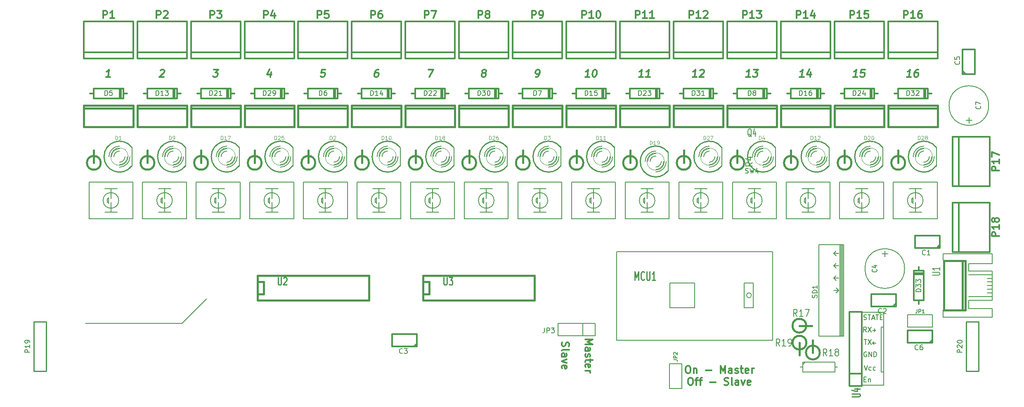
<source format=gto>
G04 (created by PCBNEW (2013-07-07 BZR 4022)-stable) date 08/05/2015 11:05:53*
%MOIN*%
G04 Gerber Fmt 3.4, Leading zero omitted, Abs format*
%FSLAX34Y34*%
G01*
G70*
G90*
G04 APERTURE LIST*
%ADD10C,0.00590551*%
%ADD11C,0.00787402*%
%ADD12C,0.011811*%
%ADD13C,0.008*%
%ADD14C,0.015*%
%ADD15C,0.006*%
%ADD16C,0.003*%
%ADD17C,0.01*%
%ADD18C,0.012*%
%ADD19C,0.0035*%
%ADD20C,0.01125*%
%ADD21C,0.0107*%
G04 APERTURE END LIST*
G54D10*
G54D11*
X52400Y-56800D02*
X54400Y-54800D01*
X44600Y-56800D02*
X52400Y-56800D01*
G54D12*
X84960Y-58092D02*
X85551Y-58092D01*
X85129Y-58289D01*
X85551Y-58486D01*
X84960Y-58486D01*
X84960Y-59020D02*
X85270Y-59020D01*
X85326Y-58992D01*
X85354Y-58935D01*
X85354Y-58823D01*
X85326Y-58767D01*
X84989Y-59020D02*
X84960Y-58964D01*
X84960Y-58823D01*
X84989Y-58767D01*
X85045Y-58739D01*
X85101Y-58739D01*
X85157Y-58767D01*
X85185Y-58823D01*
X85185Y-58964D01*
X85214Y-59020D01*
X84989Y-59273D02*
X84960Y-59329D01*
X84960Y-59442D01*
X84989Y-59498D01*
X85045Y-59526D01*
X85073Y-59526D01*
X85129Y-59498D01*
X85157Y-59442D01*
X85157Y-59357D01*
X85185Y-59301D01*
X85242Y-59273D01*
X85270Y-59273D01*
X85326Y-59301D01*
X85354Y-59357D01*
X85354Y-59442D01*
X85326Y-59498D01*
X85354Y-59695D02*
X85354Y-59920D01*
X85551Y-59779D02*
X85045Y-59779D01*
X84989Y-59807D01*
X84960Y-59864D01*
X84960Y-59920D01*
X84989Y-60342D02*
X84960Y-60285D01*
X84960Y-60173D01*
X84989Y-60117D01*
X85045Y-60088D01*
X85270Y-60088D01*
X85326Y-60117D01*
X85354Y-60173D01*
X85354Y-60285D01*
X85326Y-60342D01*
X85270Y-60370D01*
X85214Y-60370D01*
X85157Y-60088D01*
X84960Y-60623D02*
X85354Y-60623D01*
X85242Y-60623D02*
X85298Y-60651D01*
X85326Y-60679D01*
X85354Y-60735D01*
X85354Y-60792D01*
X83099Y-58331D02*
X83071Y-58415D01*
X83071Y-58556D01*
X83099Y-58612D01*
X83127Y-58640D01*
X83183Y-58668D01*
X83239Y-58668D01*
X83296Y-58640D01*
X83324Y-58612D01*
X83352Y-58556D01*
X83380Y-58443D01*
X83408Y-58387D01*
X83436Y-58359D01*
X83493Y-58331D01*
X83549Y-58331D01*
X83605Y-58359D01*
X83633Y-58387D01*
X83661Y-58443D01*
X83661Y-58584D01*
X83633Y-58668D01*
X83071Y-59006D02*
X83099Y-58950D01*
X83155Y-58921D01*
X83661Y-58921D01*
X83071Y-59484D02*
X83380Y-59484D01*
X83436Y-59456D01*
X83464Y-59400D01*
X83464Y-59287D01*
X83436Y-59231D01*
X83099Y-59484D02*
X83071Y-59428D01*
X83071Y-59287D01*
X83099Y-59231D01*
X83155Y-59203D01*
X83211Y-59203D01*
X83268Y-59231D01*
X83296Y-59287D01*
X83296Y-59428D01*
X83324Y-59484D01*
X83464Y-59709D02*
X83071Y-59849D01*
X83464Y-59990D01*
X83099Y-60440D02*
X83071Y-60384D01*
X83071Y-60271D01*
X83099Y-60215D01*
X83155Y-60187D01*
X83380Y-60187D01*
X83436Y-60215D01*
X83464Y-60271D01*
X83464Y-60384D01*
X83436Y-60440D01*
X83380Y-60468D01*
X83324Y-60468D01*
X83268Y-60187D01*
X93212Y-60248D02*
X93325Y-60248D01*
X93381Y-60276D01*
X93437Y-60332D01*
X93465Y-60445D01*
X93465Y-60642D01*
X93437Y-60754D01*
X93381Y-60810D01*
X93325Y-60839D01*
X93212Y-60839D01*
X93156Y-60810D01*
X93100Y-60754D01*
X93072Y-60642D01*
X93072Y-60445D01*
X93100Y-60332D01*
X93156Y-60276D01*
X93212Y-60248D01*
X93719Y-60445D02*
X93719Y-60839D01*
X93719Y-60501D02*
X93747Y-60473D01*
X93803Y-60445D01*
X93887Y-60445D01*
X93943Y-60473D01*
X93972Y-60529D01*
X93972Y-60839D01*
X94703Y-60614D02*
X95153Y-60614D01*
X95884Y-60839D02*
X95884Y-60248D01*
X96081Y-60670D01*
X96278Y-60248D01*
X96278Y-60839D01*
X96812Y-60839D02*
X96812Y-60529D01*
X96784Y-60473D01*
X96728Y-60445D01*
X96615Y-60445D01*
X96559Y-60473D01*
X96812Y-60810D02*
X96756Y-60839D01*
X96615Y-60839D01*
X96559Y-60810D01*
X96531Y-60754D01*
X96531Y-60698D01*
X96559Y-60642D01*
X96615Y-60614D01*
X96756Y-60614D01*
X96812Y-60585D01*
X97065Y-60810D02*
X97121Y-60839D01*
X97234Y-60839D01*
X97290Y-60810D01*
X97318Y-60754D01*
X97318Y-60726D01*
X97290Y-60670D01*
X97234Y-60642D01*
X97149Y-60642D01*
X97093Y-60614D01*
X97065Y-60557D01*
X97065Y-60529D01*
X97093Y-60473D01*
X97149Y-60445D01*
X97234Y-60445D01*
X97290Y-60473D01*
X97487Y-60445D02*
X97712Y-60445D01*
X97571Y-60248D02*
X97571Y-60754D01*
X97599Y-60810D01*
X97656Y-60839D01*
X97712Y-60839D01*
X98134Y-60810D02*
X98077Y-60839D01*
X97965Y-60839D01*
X97909Y-60810D01*
X97880Y-60754D01*
X97880Y-60529D01*
X97909Y-60473D01*
X97965Y-60445D01*
X98077Y-60445D01*
X98134Y-60473D01*
X98162Y-60529D01*
X98162Y-60585D01*
X97880Y-60642D01*
X98415Y-60839D02*
X98415Y-60445D01*
X98415Y-60557D02*
X98443Y-60501D01*
X98471Y-60473D01*
X98527Y-60445D01*
X98584Y-60445D01*
X93409Y-61193D02*
X93522Y-61193D01*
X93578Y-61221D01*
X93634Y-61277D01*
X93662Y-61390D01*
X93662Y-61587D01*
X93634Y-61699D01*
X93578Y-61755D01*
X93522Y-61783D01*
X93409Y-61783D01*
X93353Y-61755D01*
X93297Y-61699D01*
X93269Y-61587D01*
X93269Y-61390D01*
X93297Y-61277D01*
X93353Y-61221D01*
X93409Y-61193D01*
X93831Y-61390D02*
X94056Y-61390D01*
X93915Y-61783D02*
X93915Y-61277D01*
X93943Y-61221D01*
X94000Y-61193D01*
X94056Y-61193D01*
X94168Y-61390D02*
X94393Y-61390D01*
X94253Y-61783D02*
X94253Y-61277D01*
X94281Y-61221D01*
X94337Y-61193D01*
X94393Y-61193D01*
X95040Y-61558D02*
X95490Y-61558D01*
X96193Y-61755D02*
X96278Y-61783D01*
X96418Y-61783D01*
X96474Y-61755D01*
X96503Y-61727D01*
X96531Y-61671D01*
X96531Y-61615D01*
X96503Y-61558D01*
X96474Y-61530D01*
X96418Y-61502D01*
X96306Y-61474D01*
X96249Y-61446D01*
X96221Y-61418D01*
X96193Y-61362D01*
X96193Y-61305D01*
X96221Y-61249D01*
X96249Y-61221D01*
X96306Y-61193D01*
X96446Y-61193D01*
X96531Y-61221D01*
X96868Y-61783D02*
X96812Y-61755D01*
X96784Y-61699D01*
X96784Y-61193D01*
X97346Y-61783D02*
X97346Y-61474D01*
X97318Y-61418D01*
X97262Y-61390D01*
X97149Y-61390D01*
X97093Y-61418D01*
X97346Y-61755D02*
X97290Y-61783D01*
X97149Y-61783D01*
X97093Y-61755D01*
X97065Y-61699D01*
X97065Y-61643D01*
X97093Y-61587D01*
X97149Y-61558D01*
X97290Y-61558D01*
X97346Y-61530D01*
X97571Y-61390D02*
X97712Y-61783D01*
X97852Y-61390D01*
X98302Y-61755D02*
X98246Y-61783D01*
X98134Y-61783D01*
X98077Y-61755D01*
X98049Y-61699D01*
X98049Y-61474D01*
X98077Y-61418D01*
X98134Y-61390D01*
X98246Y-61390D01*
X98302Y-61418D01*
X98330Y-61474D01*
X98330Y-61530D01*
X98049Y-61587D01*
X102613Y-36853D02*
X102276Y-36853D01*
X102444Y-36853D02*
X102518Y-36262D01*
X102451Y-36347D01*
X102388Y-36403D01*
X102328Y-36431D01*
X103168Y-36459D02*
X103119Y-36853D01*
X103056Y-36234D02*
X102863Y-36656D01*
X103228Y-36656D01*
X106944Y-36853D02*
X106606Y-36853D01*
X106775Y-36853D02*
X106849Y-36262D01*
X106782Y-36347D01*
X106719Y-36403D01*
X106659Y-36431D01*
X107552Y-36262D02*
X107271Y-36262D01*
X107207Y-36543D01*
X107239Y-36515D01*
X107299Y-36487D01*
X107439Y-36487D01*
X107492Y-36515D01*
X107517Y-36543D01*
X107538Y-36600D01*
X107520Y-36740D01*
X107485Y-36796D01*
X107453Y-36825D01*
X107394Y-36853D01*
X107253Y-36853D01*
X107200Y-36825D01*
X107176Y-36796D01*
X111274Y-36853D02*
X110937Y-36853D01*
X111106Y-36853D02*
X111180Y-36262D01*
X111113Y-36347D01*
X111049Y-36403D01*
X110990Y-36431D01*
X111854Y-36262D02*
X111742Y-36262D01*
X111682Y-36290D01*
X111651Y-36318D01*
X111584Y-36403D01*
X111542Y-36515D01*
X111513Y-36740D01*
X111535Y-36796D01*
X111559Y-36825D01*
X111612Y-36853D01*
X111724Y-36853D01*
X111784Y-36825D01*
X111816Y-36796D01*
X111851Y-36740D01*
X111869Y-36600D01*
X111847Y-36543D01*
X111823Y-36515D01*
X111770Y-36487D01*
X111658Y-36487D01*
X111598Y-36515D01*
X111566Y-36543D01*
X111531Y-36600D01*
X98282Y-36853D02*
X97945Y-36853D01*
X98114Y-36853D02*
X98187Y-36262D01*
X98121Y-36347D01*
X98057Y-36403D01*
X97998Y-36431D01*
X98553Y-36262D02*
X98919Y-36262D01*
X98694Y-36487D01*
X98778Y-36487D01*
X98831Y-36515D01*
X98855Y-36543D01*
X98876Y-36600D01*
X98859Y-36740D01*
X98824Y-36796D01*
X98792Y-36825D01*
X98732Y-36853D01*
X98564Y-36853D01*
X98511Y-36825D01*
X98486Y-36796D01*
X72288Y-36262D02*
X72681Y-36262D01*
X72354Y-36853D01*
X76727Y-36515D02*
X76674Y-36487D01*
X76650Y-36459D01*
X76629Y-36403D01*
X76632Y-36375D01*
X76667Y-36318D01*
X76699Y-36290D01*
X76759Y-36262D01*
X76871Y-36262D01*
X76924Y-36290D01*
X76949Y-36318D01*
X76970Y-36375D01*
X76966Y-36403D01*
X76931Y-36459D01*
X76899Y-36487D01*
X76840Y-36515D01*
X76727Y-36515D01*
X76667Y-36543D01*
X76636Y-36571D01*
X76601Y-36628D01*
X76587Y-36740D01*
X76608Y-36796D01*
X76632Y-36825D01*
X76685Y-36853D01*
X76798Y-36853D01*
X76857Y-36825D01*
X76889Y-36796D01*
X76924Y-36740D01*
X76938Y-36628D01*
X76917Y-36571D01*
X76892Y-36543D01*
X76840Y-36515D01*
X80959Y-36853D02*
X81072Y-36853D01*
X81132Y-36825D01*
X81163Y-36796D01*
X81230Y-36712D01*
X81272Y-36600D01*
X81300Y-36375D01*
X81279Y-36318D01*
X81255Y-36290D01*
X81202Y-36262D01*
X81090Y-36262D01*
X81030Y-36290D01*
X80998Y-36318D01*
X80963Y-36375D01*
X80945Y-36515D01*
X80967Y-36571D01*
X80991Y-36600D01*
X81044Y-36628D01*
X81156Y-36628D01*
X81216Y-36600D01*
X81248Y-36571D01*
X81283Y-36515D01*
X93952Y-36853D02*
X93614Y-36853D01*
X93783Y-36853D02*
X93857Y-36262D01*
X93790Y-36347D01*
X93727Y-36403D01*
X93667Y-36431D01*
X94243Y-36318D02*
X94275Y-36290D01*
X94335Y-36262D01*
X94475Y-36262D01*
X94528Y-36290D01*
X94553Y-36318D01*
X94574Y-36375D01*
X94567Y-36431D01*
X94528Y-36515D01*
X94148Y-36853D01*
X94514Y-36853D01*
X89621Y-36853D02*
X89283Y-36853D01*
X89452Y-36853D02*
X89526Y-36262D01*
X89459Y-36347D01*
X89396Y-36403D01*
X89336Y-36431D01*
X90183Y-36853D02*
X89846Y-36853D01*
X90015Y-36853D02*
X90088Y-36262D01*
X90022Y-36347D01*
X89958Y-36403D01*
X89899Y-36431D01*
X85290Y-36853D02*
X84953Y-36853D01*
X85121Y-36853D02*
X85195Y-36262D01*
X85129Y-36347D01*
X85065Y-36403D01*
X85005Y-36431D01*
X85730Y-36262D02*
X85786Y-36262D01*
X85839Y-36290D01*
X85863Y-36318D01*
X85884Y-36375D01*
X85898Y-36487D01*
X85881Y-36628D01*
X85839Y-36740D01*
X85803Y-36796D01*
X85772Y-36825D01*
X85712Y-36853D01*
X85656Y-36853D01*
X85603Y-36825D01*
X85578Y-36796D01*
X85557Y-36740D01*
X85543Y-36628D01*
X85561Y-36487D01*
X85603Y-36375D01*
X85638Y-36318D01*
X85670Y-36290D01*
X85730Y-36262D01*
X59580Y-36459D02*
X59531Y-36853D01*
X59468Y-36234D02*
X59274Y-36656D01*
X59640Y-36656D01*
X63964Y-36262D02*
X63682Y-36262D01*
X63619Y-36543D01*
X63651Y-36515D01*
X63710Y-36487D01*
X63851Y-36487D01*
X63904Y-36515D01*
X63928Y-36543D01*
X63950Y-36600D01*
X63932Y-36740D01*
X63897Y-36796D01*
X63865Y-36825D01*
X63805Y-36853D01*
X63665Y-36853D01*
X63612Y-36825D01*
X63587Y-36796D01*
X68266Y-36262D02*
X68154Y-36262D01*
X68094Y-36290D01*
X68062Y-36318D01*
X67995Y-36403D01*
X67953Y-36515D01*
X67925Y-36740D01*
X67946Y-36796D01*
X67971Y-36825D01*
X68024Y-36853D01*
X68136Y-36853D01*
X68196Y-36825D01*
X68227Y-36796D01*
X68263Y-36740D01*
X68280Y-36600D01*
X68259Y-36543D01*
X68235Y-36515D01*
X68182Y-36487D01*
X68069Y-36487D01*
X68010Y-36515D01*
X67978Y-36543D01*
X67943Y-36600D01*
X54965Y-36262D02*
X55330Y-36262D01*
X55105Y-36487D01*
X55190Y-36487D01*
X55242Y-36515D01*
X55267Y-36543D01*
X55288Y-36600D01*
X55271Y-36740D01*
X55235Y-36796D01*
X55204Y-36825D01*
X55144Y-36853D01*
X54975Y-36853D01*
X54923Y-36825D01*
X54898Y-36796D01*
X50655Y-36318D02*
X50687Y-36290D01*
X50746Y-36262D01*
X50887Y-36262D01*
X50940Y-36290D01*
X50964Y-36318D01*
X50986Y-36375D01*
X50978Y-36431D01*
X50940Y-36515D01*
X50560Y-36853D01*
X50926Y-36853D01*
X46595Y-36853D02*
X46258Y-36853D01*
X46426Y-36853D02*
X46500Y-36262D01*
X46433Y-36347D01*
X46370Y-36403D01*
X46310Y-36431D01*
G54D10*
X68110Y-46688D02*
X68010Y-46688D01*
X68010Y-46688D02*
X68010Y-46988D01*
X68010Y-46988D02*
X68110Y-46988D01*
X68110Y-46588D02*
X68110Y-47088D01*
X67810Y-47788D02*
X68810Y-47788D01*
X68310Y-46988D02*
X68310Y-47788D01*
X68310Y-45888D02*
X68310Y-46688D01*
X67810Y-45888D02*
X68810Y-45888D01*
X68937Y-46850D02*
G75*
G03X68937Y-46850I-630J0D01*
G74*
G01*
X66535Y-45374D02*
X66535Y-48326D01*
X66535Y-48326D02*
X70078Y-48326D01*
X70078Y-48326D02*
X70078Y-45374D01*
X70078Y-45374D02*
X66535Y-45374D01*
X55118Y-46688D02*
X55018Y-46688D01*
X55018Y-46688D02*
X55018Y-46988D01*
X55018Y-46988D02*
X55118Y-46988D01*
X55118Y-46588D02*
X55118Y-47088D01*
X54818Y-47788D02*
X55818Y-47788D01*
X55318Y-46988D02*
X55318Y-47788D01*
X55318Y-45888D02*
X55318Y-46688D01*
X54818Y-45888D02*
X55818Y-45888D01*
X55945Y-46850D02*
G75*
G03X55945Y-46850I-630J0D01*
G74*
G01*
X53543Y-45374D02*
X53543Y-48326D01*
X53543Y-48326D02*
X57086Y-48326D01*
X57086Y-48326D02*
X57086Y-45374D01*
X57086Y-45374D02*
X53543Y-45374D01*
X72440Y-46688D02*
X72340Y-46688D01*
X72340Y-46688D02*
X72340Y-46988D01*
X72340Y-46988D02*
X72440Y-46988D01*
X72440Y-46588D02*
X72440Y-47088D01*
X72140Y-47788D02*
X73140Y-47788D01*
X72640Y-46988D02*
X72640Y-47788D01*
X72640Y-45888D02*
X72640Y-46688D01*
X72140Y-45888D02*
X73140Y-45888D01*
X73268Y-46850D02*
G75*
G03X73268Y-46850I-630J0D01*
G74*
G01*
X70866Y-45374D02*
X70866Y-48326D01*
X70866Y-48326D02*
X74409Y-48326D01*
X74409Y-48326D02*
X74409Y-45374D01*
X74409Y-45374D02*
X70866Y-45374D01*
X89763Y-46688D02*
X89663Y-46688D01*
X89663Y-46688D02*
X89663Y-46988D01*
X89663Y-46988D02*
X89763Y-46988D01*
X89763Y-46588D02*
X89763Y-47088D01*
X89463Y-47788D02*
X90463Y-47788D01*
X89963Y-46988D02*
X89963Y-47788D01*
X89963Y-45888D02*
X89963Y-46688D01*
X89463Y-45888D02*
X90463Y-45888D01*
X90590Y-46850D02*
G75*
G03X90590Y-46850I-630J0D01*
G74*
G01*
X88188Y-45374D02*
X88188Y-48326D01*
X88188Y-48326D02*
X91732Y-48326D01*
X91732Y-48326D02*
X91732Y-45374D01*
X91732Y-45374D02*
X88188Y-45374D01*
X63779Y-46688D02*
X63679Y-46688D01*
X63679Y-46688D02*
X63679Y-46988D01*
X63679Y-46988D02*
X63779Y-46988D01*
X63779Y-46588D02*
X63779Y-47088D01*
X63479Y-47788D02*
X64479Y-47788D01*
X63979Y-46988D02*
X63979Y-47788D01*
X63979Y-45888D02*
X63979Y-46688D01*
X63479Y-45888D02*
X64479Y-45888D01*
X64606Y-46850D02*
G75*
G03X64606Y-46850I-630J0D01*
G74*
G01*
X62204Y-45374D02*
X62204Y-48326D01*
X62204Y-48326D02*
X65748Y-48326D01*
X65748Y-48326D02*
X65748Y-45374D01*
X65748Y-45374D02*
X62204Y-45374D01*
X85433Y-46688D02*
X85333Y-46688D01*
X85333Y-46688D02*
X85333Y-46988D01*
X85333Y-46988D02*
X85433Y-46988D01*
X85433Y-46588D02*
X85433Y-47088D01*
X85133Y-47788D02*
X86133Y-47788D01*
X85633Y-46988D02*
X85633Y-47788D01*
X85633Y-45888D02*
X85633Y-46688D01*
X85133Y-45888D02*
X86133Y-45888D01*
X86260Y-46850D02*
G75*
G03X86260Y-46850I-630J0D01*
G74*
G01*
X83858Y-45374D02*
X83858Y-48326D01*
X83858Y-48326D02*
X87401Y-48326D01*
X87401Y-48326D02*
X87401Y-45374D01*
X87401Y-45374D02*
X83858Y-45374D01*
X59448Y-46688D02*
X59348Y-46688D01*
X59348Y-46688D02*
X59348Y-46988D01*
X59348Y-46988D02*
X59448Y-46988D01*
X59448Y-46588D02*
X59448Y-47088D01*
X59148Y-47788D02*
X60148Y-47788D01*
X59648Y-46988D02*
X59648Y-47788D01*
X59648Y-45888D02*
X59648Y-46688D01*
X59148Y-45888D02*
X60148Y-45888D01*
X60275Y-46850D02*
G75*
G03X60275Y-46850I-630J0D01*
G74*
G01*
X57874Y-45374D02*
X57874Y-48326D01*
X57874Y-48326D02*
X61417Y-48326D01*
X61417Y-48326D02*
X61417Y-45374D01*
X61417Y-45374D02*
X57874Y-45374D01*
X76771Y-46688D02*
X76671Y-46688D01*
X76671Y-46688D02*
X76671Y-46988D01*
X76671Y-46988D02*
X76771Y-46988D01*
X76771Y-46588D02*
X76771Y-47088D01*
X76471Y-47788D02*
X77471Y-47788D01*
X76971Y-46988D02*
X76971Y-47788D01*
X76971Y-45888D02*
X76971Y-46688D01*
X76471Y-45888D02*
X77471Y-45888D01*
X77598Y-46850D02*
G75*
G03X77598Y-46850I-630J0D01*
G74*
G01*
X75196Y-45374D02*
X75196Y-48326D01*
X75196Y-48326D02*
X78740Y-48326D01*
X78740Y-48326D02*
X78740Y-45374D01*
X78740Y-45374D02*
X75196Y-45374D01*
X94094Y-46688D02*
X93994Y-46688D01*
X93994Y-46688D02*
X93994Y-46988D01*
X93994Y-46988D02*
X94094Y-46988D01*
X94094Y-46588D02*
X94094Y-47088D01*
X93794Y-47788D02*
X94794Y-47788D01*
X94294Y-46988D02*
X94294Y-47788D01*
X94294Y-45888D02*
X94294Y-46688D01*
X93794Y-45888D02*
X94794Y-45888D01*
X94921Y-46850D02*
G75*
G03X94921Y-46850I-630J0D01*
G74*
G01*
X92519Y-45374D02*
X92519Y-48326D01*
X92519Y-48326D02*
X96062Y-48326D01*
X96062Y-48326D02*
X96062Y-45374D01*
X96062Y-45374D02*
X92519Y-45374D01*
X81102Y-46688D02*
X81002Y-46688D01*
X81002Y-46688D02*
X81002Y-46988D01*
X81002Y-46988D02*
X81102Y-46988D01*
X81102Y-46588D02*
X81102Y-47088D01*
X80802Y-47788D02*
X81802Y-47788D01*
X81302Y-46988D02*
X81302Y-47788D01*
X81302Y-45888D02*
X81302Y-46688D01*
X80802Y-45888D02*
X81802Y-45888D01*
X81929Y-46850D02*
G75*
G03X81929Y-46850I-630J0D01*
G74*
G01*
X79527Y-45374D02*
X79527Y-48326D01*
X79527Y-48326D02*
X83070Y-48326D01*
X83070Y-48326D02*
X83070Y-45374D01*
X83070Y-45374D02*
X79527Y-45374D01*
X107086Y-46688D02*
X106986Y-46688D01*
X106986Y-46688D02*
X106986Y-46988D01*
X106986Y-46988D02*
X107086Y-46988D01*
X107086Y-46588D02*
X107086Y-47088D01*
X106786Y-47788D02*
X107786Y-47788D01*
X107286Y-46988D02*
X107286Y-47788D01*
X107286Y-45888D02*
X107286Y-46688D01*
X106786Y-45888D02*
X107786Y-45888D01*
X107913Y-46850D02*
G75*
G03X107913Y-46850I-630J0D01*
G74*
G01*
X105511Y-45374D02*
X105511Y-48326D01*
X105511Y-48326D02*
X109055Y-48326D01*
X109055Y-48326D02*
X109055Y-45374D01*
X109055Y-45374D02*
X105511Y-45374D01*
X50787Y-46688D02*
X50687Y-46688D01*
X50687Y-46688D02*
X50687Y-46988D01*
X50687Y-46988D02*
X50787Y-46988D01*
X50787Y-46588D02*
X50787Y-47088D01*
X50487Y-47788D02*
X51487Y-47788D01*
X50987Y-46988D02*
X50987Y-47788D01*
X50987Y-45888D02*
X50987Y-46688D01*
X50487Y-45888D02*
X51487Y-45888D01*
X51614Y-46850D02*
G75*
G03X51614Y-46850I-630J0D01*
G74*
G01*
X49212Y-45374D02*
X49212Y-48326D01*
X49212Y-48326D02*
X52755Y-48326D01*
X52755Y-48326D02*
X52755Y-45374D01*
X52755Y-45374D02*
X49212Y-45374D01*
X102755Y-46688D02*
X102655Y-46688D01*
X102655Y-46688D02*
X102655Y-46988D01*
X102655Y-46988D02*
X102755Y-46988D01*
X102755Y-46588D02*
X102755Y-47088D01*
X102455Y-47788D02*
X103455Y-47788D01*
X102955Y-46988D02*
X102955Y-47788D01*
X102955Y-45888D02*
X102955Y-46688D01*
X102455Y-45888D02*
X103455Y-45888D01*
X103582Y-46850D02*
G75*
G03X103582Y-46850I-630J0D01*
G74*
G01*
X101181Y-45374D02*
X101181Y-48326D01*
X101181Y-48326D02*
X104724Y-48326D01*
X104724Y-48326D02*
X104724Y-45374D01*
X104724Y-45374D02*
X101181Y-45374D01*
X98425Y-46688D02*
X98325Y-46688D01*
X98325Y-46688D02*
X98325Y-46988D01*
X98325Y-46988D02*
X98425Y-46988D01*
X98425Y-46588D02*
X98425Y-47088D01*
X98125Y-47788D02*
X99125Y-47788D01*
X98625Y-46988D02*
X98625Y-47788D01*
X98625Y-45888D02*
X98625Y-46688D01*
X98125Y-45888D02*
X99125Y-45888D01*
X99252Y-46850D02*
G75*
G03X99252Y-46850I-630J0D01*
G74*
G01*
X96850Y-45374D02*
X96850Y-48326D01*
X96850Y-48326D02*
X100393Y-48326D01*
X100393Y-48326D02*
X100393Y-45374D01*
X100393Y-45374D02*
X96850Y-45374D01*
X46456Y-46688D02*
X46356Y-46688D01*
X46356Y-46688D02*
X46356Y-46988D01*
X46356Y-46988D02*
X46456Y-46988D01*
X46456Y-46588D02*
X46456Y-47088D01*
X46156Y-47788D02*
X47156Y-47788D01*
X46656Y-46988D02*
X46656Y-47788D01*
X46656Y-45888D02*
X46656Y-46688D01*
X46156Y-45888D02*
X47156Y-45888D01*
X47283Y-46850D02*
G75*
G03X47283Y-46850I-630J0D01*
G74*
G01*
X44881Y-45374D02*
X44881Y-48326D01*
X44881Y-48326D02*
X48425Y-48326D01*
X48425Y-48326D02*
X48425Y-45374D01*
X48425Y-45374D02*
X44881Y-45374D01*
X111417Y-46688D02*
X111317Y-46688D01*
X111317Y-46688D02*
X111317Y-46988D01*
X111317Y-46988D02*
X111417Y-46988D01*
X111417Y-46588D02*
X111417Y-47088D01*
X111117Y-47788D02*
X112117Y-47788D01*
X111617Y-46988D02*
X111617Y-47788D01*
X111617Y-45888D02*
X111617Y-46688D01*
X111117Y-45888D02*
X112117Y-45888D01*
X112244Y-46850D02*
G75*
G03X112244Y-46850I-630J0D01*
G74*
G01*
X109842Y-45374D02*
X109842Y-48326D01*
X109842Y-48326D02*
X113385Y-48326D01*
X113385Y-48326D02*
X113385Y-45374D01*
X113385Y-45374D02*
X109842Y-45374D01*
G54D13*
X102338Y-60334D02*
X102538Y-60334D01*
X105338Y-60334D02*
X105138Y-60334D01*
X105138Y-60334D02*
X105138Y-59934D01*
X105138Y-59934D02*
X102538Y-59934D01*
X102538Y-59934D02*
X102538Y-60734D01*
X102538Y-60734D02*
X105138Y-60734D01*
X105138Y-60734D02*
X105138Y-60334D01*
X102538Y-60134D02*
X102738Y-59934D01*
G54D14*
X110236Y-43807D02*
X110236Y-42807D01*
X110795Y-43807D02*
G75*
G03X110795Y-43807I-559J0D01*
G74*
G01*
X84251Y-43807D02*
X84251Y-42807D01*
X84810Y-43807D02*
G75*
G03X84810Y-43807I-559J0D01*
G74*
G01*
X66929Y-43807D02*
X66929Y-42807D01*
X67488Y-43807D02*
G75*
G03X67488Y-43807I-559J0D01*
G74*
G01*
X105905Y-43807D02*
X105905Y-42807D01*
X106464Y-43807D02*
G75*
G03X106464Y-43807I-559J0D01*
G74*
G01*
X71259Y-43807D02*
X71259Y-42807D01*
X71818Y-43807D02*
G75*
G03X71818Y-43807I-559J0D01*
G74*
G01*
X92913Y-43807D02*
X92913Y-42807D01*
X93472Y-43807D02*
G75*
G03X93472Y-43807I-559J0D01*
G74*
G01*
X102255Y-56988D02*
X103255Y-56988D01*
X102814Y-56988D02*
G75*
G03X102814Y-56988I-559J0D01*
G74*
G01*
X75590Y-43807D02*
X75590Y-42807D01*
X76149Y-43807D02*
G75*
G03X76149Y-43807I-559J0D01*
G74*
G01*
X102263Y-58358D02*
X102263Y-59358D01*
X102822Y-58358D02*
G75*
G03X102822Y-58358I-559J0D01*
G74*
G01*
X79921Y-43807D02*
X79921Y-42807D01*
X80480Y-43807D02*
G75*
G03X80480Y-43807I-559J0D01*
G74*
G01*
X103346Y-59161D02*
X103346Y-58161D01*
X103905Y-59161D02*
G75*
G03X103905Y-59161I-559J0D01*
G74*
G01*
X88582Y-43807D02*
X88582Y-42807D01*
X89141Y-43807D02*
G75*
G03X89141Y-43807I-559J0D01*
G74*
G01*
X49606Y-43807D02*
X49606Y-42807D01*
X50165Y-43807D02*
G75*
G03X50165Y-43807I-559J0D01*
G74*
G01*
X45275Y-43807D02*
X45275Y-42807D01*
X45834Y-43807D02*
G75*
G03X45834Y-43807I-559J0D01*
G74*
G01*
X53937Y-43807D02*
X53937Y-42807D01*
X54496Y-43807D02*
G75*
G03X54496Y-43807I-559J0D01*
G74*
G01*
X101574Y-43807D02*
X101574Y-42807D01*
X102133Y-43807D02*
G75*
G03X102133Y-43807I-559J0D01*
G74*
G01*
X58267Y-43807D02*
X58267Y-42807D01*
X58826Y-43807D02*
G75*
G03X58826Y-43807I-559J0D01*
G74*
G01*
X97244Y-43807D02*
X97244Y-42807D01*
X97803Y-43807D02*
G75*
G03X97803Y-43807I-559J0D01*
G74*
G01*
X62598Y-43807D02*
X62598Y-42807D01*
X63157Y-43807D02*
G75*
G03X63157Y-43807I-559J0D01*
G74*
G01*
G54D15*
X111007Y-57094D02*
X111007Y-56094D01*
X111007Y-56094D02*
X113007Y-56094D01*
X113007Y-56094D02*
X113007Y-57094D01*
X113007Y-57094D02*
X111007Y-57094D01*
G54D13*
X87340Y-44057D02*
X87340Y-42557D01*
G54D16*
X87027Y-43307D02*
G75*
G03X87027Y-43307I-707J0D01*
G74*
G01*
G54D17*
X87320Y-42556D02*
G75*
G03X87320Y-44057I-999J-750D01*
G74*
G01*
G54D15*
X86320Y-42857D02*
G75*
G03X85870Y-43307I0J-450D01*
G74*
G01*
X86320Y-43757D02*
G75*
G03X86770Y-43307I0J450D01*
G74*
G01*
X86320Y-42657D02*
G75*
G03X85670Y-43307I0J-650D01*
G74*
G01*
X86320Y-43957D02*
G75*
G03X86970Y-43307I0J650D01*
G74*
G01*
X86320Y-42457D02*
G75*
G03X85470Y-43307I0J-850D01*
G74*
G01*
X86320Y-44157D02*
G75*
G03X87170Y-43307I0J850D01*
G74*
G01*
G54D13*
X108994Y-44057D02*
X108994Y-42557D01*
G54D16*
X108681Y-43307D02*
G75*
G03X108681Y-43307I-707J0D01*
G74*
G01*
G54D17*
X108973Y-42556D02*
G75*
G03X108973Y-44057I-999J-750D01*
G74*
G01*
G54D15*
X107974Y-42857D02*
G75*
G03X107524Y-43307I0J-450D01*
G74*
G01*
X107974Y-43757D02*
G75*
G03X108424Y-43307I0J450D01*
G74*
G01*
X107974Y-42657D02*
G75*
G03X107324Y-43307I0J-650D01*
G74*
G01*
X107974Y-43957D02*
G75*
G03X108624Y-43307I0J650D01*
G74*
G01*
X107974Y-42457D02*
G75*
G03X107124Y-43307I0J-850D01*
G74*
G01*
X107974Y-44157D02*
G75*
G03X108824Y-43307I0J850D01*
G74*
G01*
G54D13*
X113324Y-44057D02*
X113324Y-42557D01*
G54D16*
X113011Y-43307D02*
G75*
G03X113011Y-43307I-707J0D01*
G74*
G01*
G54D17*
X113304Y-42556D02*
G75*
G03X113304Y-44057I-999J-750D01*
G74*
G01*
G54D15*
X112304Y-42857D02*
G75*
G03X111854Y-43307I0J-450D01*
G74*
G01*
X112304Y-43757D02*
G75*
G03X112754Y-43307I0J450D01*
G74*
G01*
X112304Y-42657D02*
G75*
G03X111654Y-43307I0J-650D01*
G74*
G01*
X112304Y-43957D02*
G75*
G03X112954Y-43307I0J650D01*
G74*
G01*
X112304Y-42457D02*
G75*
G03X111454Y-43307I0J-850D01*
G74*
G01*
X112304Y-44157D02*
G75*
G03X113154Y-43307I0J850D01*
G74*
G01*
G54D13*
X100332Y-44057D02*
X100332Y-42557D01*
G54D16*
X100019Y-43307D02*
G75*
G03X100019Y-43307I-707J0D01*
G74*
G01*
G54D17*
X100312Y-42556D02*
G75*
G03X100312Y-44057I-999J-750D01*
G74*
G01*
G54D15*
X99312Y-42857D02*
G75*
G03X98862Y-43307I0J-450D01*
G74*
G01*
X99312Y-43757D02*
G75*
G03X99762Y-43307I0J450D01*
G74*
G01*
X99312Y-42657D02*
G75*
G03X98662Y-43307I0J-650D01*
G74*
G01*
X99312Y-43957D02*
G75*
G03X99962Y-43307I0J650D01*
G74*
G01*
X99312Y-42457D02*
G75*
G03X98462Y-43307I0J-850D01*
G74*
G01*
X99312Y-44157D02*
G75*
G03X100162Y-43307I0J850D01*
G74*
G01*
G54D13*
X91671Y-44450D02*
X91671Y-42950D01*
G54D16*
X91358Y-43700D02*
G75*
G03X91358Y-43700I-707J0D01*
G74*
G01*
G54D17*
X91650Y-42950D02*
G75*
G03X91650Y-44451I-999J-750D01*
G74*
G01*
G54D15*
X90651Y-43250D02*
G75*
G03X90201Y-43700I0J-450D01*
G74*
G01*
X90651Y-44150D02*
G75*
G03X91101Y-43700I0J450D01*
G74*
G01*
X90651Y-43050D02*
G75*
G03X90001Y-43700I0J-650D01*
G74*
G01*
X90651Y-44350D02*
G75*
G03X91301Y-43700I0J650D01*
G74*
G01*
X90651Y-42850D02*
G75*
G03X89801Y-43700I0J-850D01*
G74*
G01*
X90651Y-44550D02*
G75*
G03X91501Y-43700I0J850D01*
G74*
G01*
G54D13*
X78679Y-44057D02*
X78679Y-42557D01*
G54D16*
X78366Y-43307D02*
G75*
G03X78366Y-43307I-707J0D01*
G74*
G01*
G54D17*
X78658Y-42556D02*
G75*
G03X78658Y-44057I-999J-750D01*
G74*
G01*
G54D15*
X77659Y-42857D02*
G75*
G03X77209Y-43307I0J-450D01*
G74*
G01*
X77659Y-43757D02*
G75*
G03X78109Y-43307I0J450D01*
G74*
G01*
X77659Y-42657D02*
G75*
G03X77009Y-43307I0J-650D01*
G74*
G01*
X77659Y-43957D02*
G75*
G03X78309Y-43307I0J650D01*
G74*
G01*
X77659Y-42457D02*
G75*
G03X76809Y-43307I0J-850D01*
G74*
G01*
X77659Y-44157D02*
G75*
G03X78509Y-43307I0J850D01*
G74*
G01*
G54D13*
X96001Y-44057D02*
X96001Y-42557D01*
G54D16*
X95688Y-43307D02*
G75*
G03X95688Y-43307I-707J0D01*
G74*
G01*
G54D17*
X95981Y-42556D02*
G75*
G03X95981Y-44057I-999J-750D01*
G74*
G01*
G54D15*
X94981Y-42857D02*
G75*
G03X94531Y-43307I0J-450D01*
G74*
G01*
X94981Y-43757D02*
G75*
G03X95431Y-43307I0J450D01*
G74*
G01*
X94981Y-42657D02*
G75*
G03X94331Y-43307I0J-650D01*
G74*
G01*
X94981Y-43957D02*
G75*
G03X95631Y-43307I0J650D01*
G74*
G01*
X94981Y-42457D02*
G75*
G03X94131Y-43307I0J-850D01*
G74*
G01*
X94981Y-44157D02*
G75*
G03X95831Y-43307I0J850D01*
G74*
G01*
G54D13*
X104663Y-44057D02*
X104663Y-42557D01*
G54D16*
X104350Y-43307D02*
G75*
G03X104350Y-43307I-707J0D01*
G74*
G01*
G54D17*
X104642Y-42556D02*
G75*
G03X104642Y-44057I-999J-750D01*
G74*
G01*
G54D15*
X103643Y-42857D02*
G75*
G03X103193Y-43307I0J-450D01*
G74*
G01*
X103643Y-43757D02*
G75*
G03X104093Y-43307I0J450D01*
G74*
G01*
X103643Y-42657D02*
G75*
G03X102993Y-43307I0J-650D01*
G74*
G01*
X103643Y-43957D02*
G75*
G03X104293Y-43307I0J650D01*
G74*
G01*
X103643Y-42457D02*
G75*
G03X102793Y-43307I0J-850D01*
G74*
G01*
X103643Y-44157D02*
G75*
G03X104493Y-43307I0J850D01*
G74*
G01*
G54D13*
X83009Y-44057D02*
X83009Y-42557D01*
G54D16*
X82696Y-43307D02*
G75*
G03X82696Y-43307I-707J0D01*
G74*
G01*
G54D17*
X82989Y-42556D02*
G75*
G03X82989Y-44057I-999J-750D01*
G74*
G01*
G54D15*
X81989Y-42857D02*
G75*
G03X81539Y-43307I0J-450D01*
G74*
G01*
X81989Y-43757D02*
G75*
G03X82439Y-43307I0J450D01*
G74*
G01*
X81989Y-42657D02*
G75*
G03X81339Y-43307I0J-650D01*
G74*
G01*
X81989Y-43957D02*
G75*
G03X82639Y-43307I0J650D01*
G74*
G01*
X81989Y-42457D02*
G75*
G03X81139Y-43307I0J-850D01*
G74*
G01*
X81989Y-44157D02*
G75*
G03X82839Y-43307I0J850D01*
G74*
G01*
G54D13*
X48364Y-44057D02*
X48364Y-42557D01*
G54D16*
X48051Y-43307D02*
G75*
G03X48051Y-43307I-707J0D01*
G74*
G01*
G54D17*
X48343Y-42556D02*
G75*
G03X48343Y-44057I-999J-750D01*
G74*
G01*
G54D15*
X47344Y-42857D02*
G75*
G03X46894Y-43307I0J-450D01*
G74*
G01*
X47344Y-43757D02*
G75*
G03X47794Y-43307I0J450D01*
G74*
G01*
X47344Y-42657D02*
G75*
G03X46694Y-43307I0J-650D01*
G74*
G01*
X47344Y-43957D02*
G75*
G03X47994Y-43307I0J650D01*
G74*
G01*
X47344Y-42457D02*
G75*
G03X46494Y-43307I0J-850D01*
G74*
G01*
X47344Y-44157D02*
G75*
G03X48194Y-43307I0J850D01*
G74*
G01*
G54D13*
X74348Y-44057D02*
X74348Y-42557D01*
G54D16*
X74035Y-43307D02*
G75*
G03X74035Y-43307I-707J0D01*
G74*
G01*
G54D17*
X74327Y-42556D02*
G75*
G03X74327Y-44057I-999J-750D01*
G74*
G01*
G54D15*
X73328Y-42857D02*
G75*
G03X72878Y-43307I0J-450D01*
G74*
G01*
X73328Y-43757D02*
G75*
G03X73778Y-43307I0J450D01*
G74*
G01*
X73328Y-42657D02*
G75*
G03X72678Y-43307I0J-650D01*
G74*
G01*
X73328Y-43957D02*
G75*
G03X73978Y-43307I0J650D01*
G74*
G01*
X73328Y-42457D02*
G75*
G03X72478Y-43307I0J-850D01*
G74*
G01*
X73328Y-44157D02*
G75*
G03X74178Y-43307I0J850D01*
G74*
G01*
G54D13*
X52694Y-44057D02*
X52694Y-42557D01*
G54D16*
X52381Y-43307D02*
G75*
G03X52381Y-43307I-707J0D01*
G74*
G01*
G54D17*
X52674Y-42556D02*
G75*
G03X52674Y-44057I-999J-750D01*
G74*
G01*
G54D15*
X51674Y-42857D02*
G75*
G03X51224Y-43307I0J-450D01*
G74*
G01*
X51674Y-43757D02*
G75*
G03X52124Y-43307I0J450D01*
G74*
G01*
X51674Y-42657D02*
G75*
G03X51024Y-43307I0J-650D01*
G74*
G01*
X51674Y-43957D02*
G75*
G03X52324Y-43307I0J650D01*
G74*
G01*
X51674Y-42457D02*
G75*
G03X50824Y-43307I0J-850D01*
G74*
G01*
X51674Y-44157D02*
G75*
G03X52524Y-43307I0J850D01*
G74*
G01*
G54D13*
X70017Y-44057D02*
X70017Y-42557D01*
G54D16*
X69704Y-43307D02*
G75*
G03X69704Y-43307I-707J0D01*
G74*
G01*
G54D17*
X69997Y-42556D02*
G75*
G03X69997Y-44057I-999J-750D01*
G74*
G01*
G54D15*
X68997Y-42857D02*
G75*
G03X68547Y-43307I0J-450D01*
G74*
G01*
X68997Y-43757D02*
G75*
G03X69447Y-43307I0J450D01*
G74*
G01*
X68997Y-42657D02*
G75*
G03X68347Y-43307I0J-650D01*
G74*
G01*
X68997Y-43957D02*
G75*
G03X69647Y-43307I0J650D01*
G74*
G01*
X68997Y-42457D02*
G75*
G03X68147Y-43307I0J-850D01*
G74*
G01*
X68997Y-44157D02*
G75*
G03X69847Y-43307I0J850D01*
G74*
G01*
G54D13*
X57025Y-44057D02*
X57025Y-42557D01*
G54D16*
X56712Y-43307D02*
G75*
G03X56712Y-43307I-707J0D01*
G74*
G01*
G54D17*
X57005Y-42556D02*
G75*
G03X57005Y-44057I-999J-750D01*
G74*
G01*
G54D15*
X56005Y-42857D02*
G75*
G03X55555Y-43307I0J-450D01*
G74*
G01*
X56005Y-43757D02*
G75*
G03X56455Y-43307I0J450D01*
G74*
G01*
X56005Y-42657D02*
G75*
G03X55355Y-43307I0J-650D01*
G74*
G01*
X56005Y-43957D02*
G75*
G03X56655Y-43307I0J650D01*
G74*
G01*
X56005Y-42457D02*
G75*
G03X55155Y-43307I0J-850D01*
G74*
G01*
X56005Y-44157D02*
G75*
G03X56855Y-43307I0J850D01*
G74*
G01*
G54D13*
X61356Y-44057D02*
X61356Y-42557D01*
G54D16*
X61043Y-43307D02*
G75*
G03X61043Y-43307I-707J0D01*
G74*
G01*
G54D17*
X61335Y-42556D02*
G75*
G03X61335Y-44057I-999J-750D01*
G74*
G01*
G54D15*
X60336Y-42857D02*
G75*
G03X59886Y-43307I0J-450D01*
G74*
G01*
X60336Y-43757D02*
G75*
G03X60786Y-43307I0J450D01*
G74*
G01*
X60336Y-42657D02*
G75*
G03X59686Y-43307I0J-650D01*
G74*
G01*
X60336Y-43957D02*
G75*
G03X60986Y-43307I0J650D01*
G74*
G01*
X60336Y-42457D02*
G75*
G03X59486Y-43307I0J-850D01*
G74*
G01*
X60336Y-44157D02*
G75*
G03X61186Y-43307I0J850D01*
G74*
G01*
G54D13*
X65686Y-44057D02*
X65686Y-42557D01*
G54D16*
X65374Y-43307D02*
G75*
G03X65374Y-43307I-707J0D01*
G74*
G01*
G54D17*
X65666Y-42556D02*
G75*
G03X65666Y-44057I-999J-750D01*
G74*
G01*
G54D15*
X64666Y-42857D02*
G75*
G03X64216Y-43307I0J-450D01*
G74*
G01*
X64666Y-43757D02*
G75*
G03X65116Y-43307I0J450D01*
G74*
G01*
X64666Y-42657D02*
G75*
G03X64016Y-43307I0J-650D01*
G74*
G01*
X64666Y-43957D02*
G75*
G03X65316Y-43307I0J650D01*
G74*
G01*
X64666Y-42457D02*
G75*
G03X63816Y-43307I0J-850D01*
G74*
G01*
X64666Y-44157D02*
G75*
G03X65516Y-43307I0J850D01*
G74*
G01*
G54D14*
X71877Y-53437D02*
X71877Y-53437D01*
X71877Y-53437D02*
X72377Y-53437D01*
X72377Y-53437D02*
X72377Y-54437D01*
X72377Y-54437D02*
X71877Y-54437D01*
X71877Y-52937D02*
X80877Y-52937D01*
X80877Y-52937D02*
X80877Y-54937D01*
X80877Y-54937D02*
X71877Y-54937D01*
X71877Y-54937D02*
X71877Y-52937D01*
X58492Y-53437D02*
X58492Y-53437D01*
X58492Y-53437D02*
X58992Y-53437D01*
X58992Y-53437D02*
X58992Y-54437D01*
X58992Y-54437D02*
X58492Y-54437D01*
X58492Y-52937D02*
X67492Y-52937D01*
X67492Y-52937D02*
X67492Y-54937D01*
X67492Y-54937D02*
X58492Y-54937D01*
X58492Y-54937D02*
X58492Y-52937D01*
G54D18*
X86933Y-38188D02*
X86633Y-38188D01*
X86633Y-38188D02*
X86633Y-37788D01*
X86633Y-37788D02*
X84233Y-37788D01*
X84233Y-37788D02*
X84233Y-38188D01*
X84233Y-38188D02*
X83933Y-38188D01*
X84233Y-38188D02*
X84233Y-38588D01*
X84233Y-38588D02*
X86633Y-38588D01*
X86633Y-38588D02*
X86633Y-38188D01*
X86433Y-37788D02*
X86433Y-38588D01*
X86333Y-38588D02*
X86333Y-37788D01*
X82602Y-38188D02*
X82302Y-38188D01*
X82302Y-38188D02*
X82302Y-37788D01*
X82302Y-37788D02*
X79902Y-37788D01*
X79902Y-37788D02*
X79902Y-38188D01*
X79902Y-38188D02*
X79602Y-38188D01*
X79902Y-38188D02*
X79902Y-38588D01*
X79902Y-38588D02*
X82302Y-38588D01*
X82302Y-38588D02*
X82302Y-38188D01*
X82102Y-37788D02*
X82102Y-38588D01*
X82002Y-38588D02*
X82002Y-37788D01*
X78271Y-38188D02*
X77971Y-38188D01*
X77971Y-38188D02*
X77971Y-37788D01*
X77971Y-37788D02*
X75571Y-37788D01*
X75571Y-37788D02*
X75571Y-38188D01*
X75571Y-38188D02*
X75271Y-38188D01*
X75571Y-38188D02*
X75571Y-38588D01*
X75571Y-38588D02*
X77971Y-38588D01*
X77971Y-38588D02*
X77971Y-38188D01*
X77771Y-37788D02*
X77771Y-38588D01*
X77671Y-38588D02*
X77671Y-37788D01*
X108586Y-38188D02*
X108286Y-38188D01*
X108286Y-38188D02*
X108286Y-37788D01*
X108286Y-37788D02*
X105886Y-37788D01*
X105886Y-37788D02*
X105886Y-38188D01*
X105886Y-38188D02*
X105586Y-38188D01*
X105886Y-38188D02*
X105886Y-38588D01*
X105886Y-38588D02*
X108286Y-38588D01*
X108286Y-38588D02*
X108286Y-38188D01*
X108086Y-37788D02*
X108086Y-38588D01*
X107986Y-38588D02*
X107986Y-37788D01*
X111909Y-52240D02*
X111909Y-52540D01*
X111909Y-52540D02*
X111509Y-52540D01*
X111509Y-52540D02*
X111509Y-54940D01*
X111509Y-54940D02*
X111909Y-54940D01*
X111909Y-54940D02*
X111909Y-55240D01*
X111909Y-54940D02*
X112309Y-54940D01*
X112309Y-54940D02*
X112309Y-52540D01*
X112309Y-52540D02*
X111909Y-52540D01*
X111509Y-52740D02*
X112309Y-52740D01*
X112309Y-52840D02*
X111509Y-52840D01*
X104255Y-38188D02*
X103955Y-38188D01*
X103955Y-38188D02*
X103955Y-37788D01*
X103955Y-37788D02*
X101555Y-37788D01*
X101555Y-37788D02*
X101555Y-38188D01*
X101555Y-38188D02*
X101255Y-38188D01*
X101555Y-38188D02*
X101555Y-38588D01*
X101555Y-38588D02*
X103955Y-38588D01*
X103955Y-38588D02*
X103955Y-38188D01*
X103755Y-37788D02*
X103755Y-38588D01*
X103655Y-38588D02*
X103655Y-37788D01*
X112917Y-38188D02*
X112617Y-38188D01*
X112617Y-38188D02*
X112617Y-37788D01*
X112617Y-37788D02*
X110217Y-37788D01*
X110217Y-37788D02*
X110217Y-38188D01*
X110217Y-38188D02*
X109917Y-38188D01*
X110217Y-38188D02*
X110217Y-38588D01*
X110217Y-38588D02*
X112617Y-38588D01*
X112617Y-38588D02*
X112617Y-38188D01*
X112417Y-37788D02*
X112417Y-38588D01*
X112317Y-38588D02*
X112317Y-37788D01*
X65279Y-38188D02*
X64979Y-38188D01*
X64979Y-38188D02*
X64979Y-37788D01*
X64979Y-37788D02*
X62579Y-37788D01*
X62579Y-37788D02*
X62579Y-38188D01*
X62579Y-38188D02*
X62279Y-38188D01*
X62579Y-38188D02*
X62579Y-38588D01*
X62579Y-38588D02*
X64979Y-38588D01*
X64979Y-38588D02*
X64979Y-38188D01*
X64779Y-37788D02*
X64779Y-38588D01*
X64679Y-38588D02*
X64679Y-37788D01*
X47956Y-38188D02*
X47656Y-38188D01*
X47656Y-38188D02*
X47656Y-37788D01*
X47656Y-37788D02*
X45256Y-37788D01*
X45256Y-37788D02*
X45256Y-38188D01*
X45256Y-38188D02*
X44956Y-38188D01*
X45256Y-38188D02*
X45256Y-38588D01*
X45256Y-38588D02*
X47656Y-38588D01*
X47656Y-38588D02*
X47656Y-38188D01*
X47456Y-37788D02*
X47456Y-38588D01*
X47356Y-38588D02*
X47356Y-37788D01*
X99925Y-38188D02*
X99625Y-38188D01*
X99625Y-38188D02*
X99625Y-37788D01*
X99625Y-37788D02*
X97225Y-37788D01*
X97225Y-37788D02*
X97225Y-38188D01*
X97225Y-38188D02*
X96925Y-38188D01*
X97225Y-38188D02*
X97225Y-38588D01*
X97225Y-38588D02*
X99625Y-38588D01*
X99625Y-38588D02*
X99625Y-38188D01*
X99425Y-37788D02*
X99425Y-38588D01*
X99325Y-38588D02*
X99325Y-37788D01*
X52287Y-38188D02*
X51987Y-38188D01*
X51987Y-38188D02*
X51987Y-37788D01*
X51987Y-37788D02*
X49587Y-37788D01*
X49587Y-37788D02*
X49587Y-38188D01*
X49587Y-38188D02*
X49287Y-38188D01*
X49587Y-38188D02*
X49587Y-38588D01*
X49587Y-38588D02*
X51987Y-38588D01*
X51987Y-38588D02*
X51987Y-38188D01*
X51787Y-37788D02*
X51787Y-38588D01*
X51687Y-38588D02*
X51687Y-37788D01*
X73940Y-38188D02*
X73640Y-38188D01*
X73640Y-38188D02*
X73640Y-37788D01*
X73640Y-37788D02*
X71240Y-37788D01*
X71240Y-37788D02*
X71240Y-38188D01*
X71240Y-38188D02*
X70940Y-38188D01*
X71240Y-38188D02*
X71240Y-38588D01*
X71240Y-38588D02*
X73640Y-38588D01*
X73640Y-38588D02*
X73640Y-38188D01*
X73440Y-37788D02*
X73440Y-38588D01*
X73340Y-38588D02*
X73340Y-37788D01*
X56618Y-38188D02*
X56318Y-38188D01*
X56318Y-38188D02*
X56318Y-37788D01*
X56318Y-37788D02*
X53918Y-37788D01*
X53918Y-37788D02*
X53918Y-38188D01*
X53918Y-38188D02*
X53618Y-38188D01*
X53918Y-38188D02*
X53918Y-38588D01*
X53918Y-38588D02*
X56318Y-38588D01*
X56318Y-38588D02*
X56318Y-38188D01*
X56118Y-37788D02*
X56118Y-38588D01*
X56018Y-38588D02*
X56018Y-37788D01*
X69610Y-38188D02*
X69310Y-38188D01*
X69310Y-38188D02*
X69310Y-37788D01*
X69310Y-37788D02*
X66910Y-37788D01*
X66910Y-37788D02*
X66910Y-38188D01*
X66910Y-38188D02*
X66610Y-38188D01*
X66910Y-38188D02*
X66910Y-38588D01*
X66910Y-38588D02*
X69310Y-38588D01*
X69310Y-38588D02*
X69310Y-38188D01*
X69110Y-37788D02*
X69110Y-38588D01*
X69010Y-38588D02*
X69010Y-37788D01*
X95594Y-38188D02*
X95294Y-38188D01*
X95294Y-38188D02*
X95294Y-37788D01*
X95294Y-37788D02*
X92894Y-37788D01*
X92894Y-37788D02*
X92894Y-38188D01*
X92894Y-38188D02*
X92594Y-38188D01*
X92894Y-38188D02*
X92894Y-38588D01*
X92894Y-38588D02*
X95294Y-38588D01*
X95294Y-38588D02*
X95294Y-38188D01*
X95094Y-37788D02*
X95094Y-38588D01*
X94994Y-38588D02*
X94994Y-37788D01*
X60948Y-38188D02*
X60648Y-38188D01*
X60648Y-38188D02*
X60648Y-37788D01*
X60648Y-37788D02*
X58248Y-37788D01*
X58248Y-37788D02*
X58248Y-38188D01*
X58248Y-38188D02*
X57948Y-38188D01*
X58248Y-38188D02*
X58248Y-38588D01*
X58248Y-38588D02*
X60648Y-38588D01*
X60648Y-38588D02*
X60648Y-38188D01*
X60448Y-37788D02*
X60448Y-38588D01*
X60348Y-38588D02*
X60348Y-37788D01*
X91263Y-38188D02*
X90963Y-38188D01*
X90963Y-38188D02*
X90963Y-37788D01*
X90963Y-37788D02*
X88563Y-37788D01*
X88563Y-37788D02*
X88563Y-38188D01*
X88563Y-38188D02*
X88263Y-38188D01*
X88563Y-38188D02*
X88563Y-38588D01*
X88563Y-38588D02*
X90963Y-38588D01*
X90963Y-38588D02*
X90963Y-38188D01*
X90763Y-37788D02*
X90763Y-38588D01*
X90663Y-38588D02*
X90663Y-37788D01*
G54D13*
X110753Y-52362D02*
G75*
G03X110753Y-52362I-1600J0D01*
G74*
G01*
X117544Y-39173D02*
G75*
G03X117544Y-39173I-1600J0D01*
G74*
G01*
G54D18*
X113578Y-50696D02*
X111598Y-50696D01*
X111598Y-50696D02*
X111598Y-49696D01*
X111598Y-49696D02*
X113598Y-49696D01*
X113598Y-49696D02*
X113598Y-50696D01*
X113598Y-50446D02*
X113348Y-50696D01*
X112987Y-58374D02*
X111007Y-58374D01*
X111007Y-58374D02*
X111007Y-57374D01*
X111007Y-57374D02*
X113007Y-57374D01*
X113007Y-57374D02*
X113007Y-58374D01*
X113007Y-58124D02*
X112757Y-58374D01*
X71354Y-58669D02*
X69374Y-58669D01*
X69374Y-58669D02*
X69374Y-57669D01*
X69374Y-57669D02*
X71374Y-57669D01*
X71374Y-57669D02*
X71374Y-58669D01*
X71374Y-58419D02*
X71124Y-58669D01*
X110035Y-55421D02*
X108055Y-55421D01*
X108055Y-55421D02*
X108055Y-54421D01*
X108055Y-54421D02*
X110055Y-54421D01*
X110055Y-54421D02*
X110055Y-55421D01*
X110055Y-55171D02*
X109805Y-55421D01*
X115444Y-36609D02*
X115444Y-34629D01*
X115444Y-34629D02*
X116444Y-34629D01*
X116444Y-34629D02*
X116444Y-36629D01*
X116444Y-36629D02*
X115444Y-36629D01*
X115694Y-36629D02*
X115444Y-36379D01*
G54D10*
X109055Y-60728D02*
X108858Y-60728D01*
X108858Y-60728D02*
X108858Y-57086D01*
X108858Y-57086D02*
X109055Y-57086D01*
X107283Y-61811D02*
X109055Y-61811D01*
X109055Y-61811D02*
X109055Y-55905D01*
X109055Y-55905D02*
X107283Y-55905D01*
X108287Y-57480D02*
X108405Y-57362D01*
X108405Y-57362D02*
X108287Y-57244D01*
X108169Y-57362D02*
X108405Y-57362D01*
X108169Y-58385D02*
X108287Y-58267D01*
X108287Y-58503D02*
X108169Y-58385D01*
X108169Y-58385D02*
X108444Y-58385D01*
G54D18*
X107291Y-61858D02*
X106291Y-61858D01*
X106291Y-61858D02*
X106291Y-55858D01*
X106291Y-55858D02*
X107291Y-55858D01*
X107291Y-55858D02*
X107291Y-61858D01*
X107291Y-60858D02*
X106291Y-60858D01*
X113417Y-34858D02*
X109417Y-34858D01*
X113417Y-35358D02*
X113417Y-32358D01*
X113417Y-32358D02*
X109417Y-32358D01*
X109417Y-32358D02*
X109417Y-35358D01*
X109417Y-35358D02*
X113417Y-35358D01*
X109086Y-34858D02*
X105086Y-34858D01*
X109086Y-35358D02*
X109086Y-32358D01*
X109086Y-32358D02*
X105086Y-32358D01*
X105086Y-32358D02*
X105086Y-35358D01*
X105086Y-35358D02*
X109086Y-35358D01*
X104755Y-34858D02*
X100755Y-34858D01*
X104755Y-35358D02*
X104755Y-32358D01*
X104755Y-32358D02*
X100755Y-32358D01*
X100755Y-32358D02*
X100755Y-35358D01*
X100755Y-35358D02*
X104755Y-35358D01*
X100425Y-34858D02*
X96425Y-34858D01*
X100425Y-35358D02*
X100425Y-32358D01*
X100425Y-32358D02*
X96425Y-32358D01*
X96425Y-32358D02*
X96425Y-35358D01*
X96425Y-35358D02*
X100425Y-35358D01*
X96094Y-34858D02*
X92094Y-34858D01*
X96094Y-35358D02*
X96094Y-32358D01*
X96094Y-32358D02*
X92094Y-32358D01*
X92094Y-32358D02*
X92094Y-35358D01*
X92094Y-35358D02*
X96094Y-35358D01*
X91763Y-34858D02*
X87763Y-34858D01*
X91763Y-35358D02*
X91763Y-32358D01*
X91763Y-32358D02*
X87763Y-32358D01*
X87763Y-32358D02*
X87763Y-35358D01*
X87763Y-35358D02*
X91763Y-35358D01*
X87433Y-34858D02*
X83433Y-34858D01*
X87433Y-35358D02*
X87433Y-32358D01*
X87433Y-32358D02*
X83433Y-32358D01*
X83433Y-32358D02*
X83433Y-35358D01*
X83433Y-35358D02*
X87433Y-35358D01*
X83102Y-34858D02*
X79102Y-34858D01*
X83102Y-35358D02*
X83102Y-32358D01*
X83102Y-32358D02*
X79102Y-32358D01*
X79102Y-32358D02*
X79102Y-35358D01*
X79102Y-35358D02*
X83102Y-35358D01*
X78771Y-34858D02*
X74771Y-34858D01*
X78771Y-35358D02*
X78771Y-32358D01*
X78771Y-32358D02*
X74771Y-32358D01*
X74771Y-32358D02*
X74771Y-35358D01*
X74771Y-35358D02*
X78771Y-35358D01*
X74440Y-34858D02*
X70440Y-34858D01*
X74440Y-35358D02*
X74440Y-32358D01*
X74440Y-32358D02*
X70440Y-32358D01*
X70440Y-32358D02*
X70440Y-35358D01*
X70440Y-35358D02*
X74440Y-35358D01*
X70110Y-34858D02*
X66110Y-34858D01*
X70110Y-35358D02*
X70110Y-32358D01*
X70110Y-32358D02*
X66110Y-32358D01*
X66110Y-32358D02*
X66110Y-35358D01*
X66110Y-35358D02*
X70110Y-35358D01*
X65779Y-34858D02*
X61779Y-34858D01*
X65779Y-35358D02*
X65779Y-32358D01*
X65779Y-32358D02*
X61779Y-32358D01*
X61779Y-32358D02*
X61779Y-35358D01*
X61779Y-35358D02*
X65779Y-35358D01*
X61448Y-34858D02*
X57448Y-34858D01*
X61448Y-35358D02*
X61448Y-32358D01*
X61448Y-32358D02*
X57448Y-32358D01*
X57448Y-32358D02*
X57448Y-35358D01*
X57448Y-35358D02*
X61448Y-35358D01*
X57118Y-34858D02*
X53118Y-34858D01*
X57118Y-35358D02*
X57118Y-32358D01*
X57118Y-32358D02*
X53118Y-32358D01*
X53118Y-32358D02*
X53118Y-35358D01*
X53118Y-35358D02*
X57118Y-35358D01*
X52787Y-34858D02*
X48787Y-34858D01*
X52787Y-35358D02*
X52787Y-32358D01*
X52787Y-32358D02*
X48787Y-32358D01*
X48787Y-32358D02*
X48787Y-35358D01*
X48787Y-35358D02*
X52787Y-35358D01*
X48456Y-34858D02*
X44456Y-34858D01*
X48456Y-35358D02*
X48456Y-32358D01*
X48456Y-32358D02*
X44456Y-32358D01*
X44456Y-32358D02*
X44456Y-35358D01*
X44456Y-35358D02*
X48456Y-35358D01*
X115141Y-51015D02*
X115141Y-47015D01*
X114641Y-51015D02*
X117641Y-51015D01*
X117641Y-51015D02*
X117641Y-47015D01*
X117641Y-47015D02*
X114641Y-47015D01*
X114641Y-47015D02*
X114641Y-51015D01*
X115141Y-45700D02*
X115141Y-41700D01*
X114641Y-45700D02*
X117641Y-45700D01*
X117641Y-45700D02*
X117641Y-41700D01*
X117641Y-41700D02*
X114641Y-41700D01*
X114641Y-41700D02*
X114641Y-45700D01*
G54D14*
X87763Y-39407D02*
X87763Y-39157D01*
X87763Y-39157D02*
X91763Y-39157D01*
X91763Y-39157D02*
X91763Y-39407D01*
X87763Y-40907D02*
X87763Y-39407D01*
X87763Y-39407D02*
X91763Y-39407D01*
X91763Y-39407D02*
X91763Y-40907D01*
X91763Y-40907D02*
X87763Y-40907D01*
X53118Y-39407D02*
X53118Y-39157D01*
X53118Y-39157D02*
X57118Y-39157D01*
X57118Y-39157D02*
X57118Y-39407D01*
X53118Y-40907D02*
X53118Y-39407D01*
X53118Y-39407D02*
X57118Y-39407D01*
X57118Y-39407D02*
X57118Y-40907D01*
X57118Y-40907D02*
X53118Y-40907D01*
X96425Y-39407D02*
X96425Y-39157D01*
X96425Y-39157D02*
X100425Y-39157D01*
X100425Y-39157D02*
X100425Y-39407D01*
X96425Y-40907D02*
X96425Y-39407D01*
X96425Y-39407D02*
X100425Y-39407D01*
X100425Y-39407D02*
X100425Y-40907D01*
X100425Y-40907D02*
X96425Y-40907D01*
X48787Y-39407D02*
X48787Y-39157D01*
X48787Y-39157D02*
X52787Y-39157D01*
X52787Y-39157D02*
X52787Y-39407D01*
X48787Y-40907D02*
X48787Y-39407D01*
X48787Y-39407D02*
X52787Y-39407D01*
X52787Y-39407D02*
X52787Y-40907D01*
X52787Y-40907D02*
X48787Y-40907D01*
X57448Y-39407D02*
X57448Y-39157D01*
X57448Y-39157D02*
X61448Y-39157D01*
X61448Y-39157D02*
X61448Y-39407D01*
X57448Y-40907D02*
X57448Y-39407D01*
X57448Y-39407D02*
X61448Y-39407D01*
X61448Y-39407D02*
X61448Y-40907D01*
X61448Y-40907D02*
X57448Y-40907D01*
X92094Y-39407D02*
X92094Y-39157D01*
X92094Y-39157D02*
X96094Y-39157D01*
X96094Y-39157D02*
X96094Y-39407D01*
X92094Y-40907D02*
X92094Y-39407D01*
X92094Y-39407D02*
X96094Y-39407D01*
X96094Y-39407D02*
X96094Y-40907D01*
X96094Y-40907D02*
X92094Y-40907D01*
X44456Y-39407D02*
X44456Y-39157D01*
X44456Y-39157D02*
X48456Y-39157D01*
X48456Y-39157D02*
X48456Y-39407D01*
X44456Y-40907D02*
X44456Y-39407D01*
X44456Y-39407D02*
X48456Y-39407D01*
X48456Y-39407D02*
X48456Y-40907D01*
X48456Y-40907D02*
X44456Y-40907D01*
X61779Y-39407D02*
X61779Y-39157D01*
X61779Y-39157D02*
X65779Y-39157D01*
X65779Y-39157D02*
X65779Y-39407D01*
X61779Y-40907D02*
X61779Y-39407D01*
X61779Y-39407D02*
X65779Y-39407D01*
X65779Y-39407D02*
X65779Y-40907D01*
X65779Y-40907D02*
X61779Y-40907D01*
X100755Y-39407D02*
X100755Y-39157D01*
X100755Y-39157D02*
X104755Y-39157D01*
X104755Y-39157D02*
X104755Y-39407D01*
X100755Y-40907D02*
X100755Y-39407D01*
X100755Y-39407D02*
X104755Y-39407D01*
X104755Y-39407D02*
X104755Y-40907D01*
X104755Y-40907D02*
X100755Y-40907D01*
X66110Y-39407D02*
X66110Y-39157D01*
X66110Y-39157D02*
X70110Y-39157D01*
X70110Y-39157D02*
X70110Y-39407D01*
X66110Y-40907D02*
X66110Y-39407D01*
X66110Y-39407D02*
X70110Y-39407D01*
X70110Y-39407D02*
X70110Y-40907D01*
X70110Y-40907D02*
X66110Y-40907D01*
X105086Y-39407D02*
X105086Y-39157D01*
X105086Y-39157D02*
X109086Y-39157D01*
X109086Y-39157D02*
X109086Y-39407D01*
X105086Y-40907D02*
X105086Y-39407D01*
X105086Y-39407D02*
X109086Y-39407D01*
X109086Y-39407D02*
X109086Y-40907D01*
X109086Y-40907D02*
X105086Y-40907D01*
X70440Y-39407D02*
X70440Y-39157D01*
X70440Y-39157D02*
X74440Y-39157D01*
X74440Y-39157D02*
X74440Y-39407D01*
X70440Y-40907D02*
X70440Y-39407D01*
X70440Y-39407D02*
X74440Y-39407D01*
X74440Y-39407D02*
X74440Y-40907D01*
X74440Y-40907D02*
X70440Y-40907D01*
X109417Y-39407D02*
X109417Y-39157D01*
X109417Y-39157D02*
X113417Y-39157D01*
X113417Y-39157D02*
X113417Y-39407D01*
X109417Y-40907D02*
X109417Y-39407D01*
X109417Y-39407D02*
X113417Y-39407D01*
X113417Y-39407D02*
X113417Y-40907D01*
X113417Y-40907D02*
X109417Y-40907D01*
X74771Y-39407D02*
X74771Y-39157D01*
X74771Y-39157D02*
X78771Y-39157D01*
X78771Y-39157D02*
X78771Y-39407D01*
X74771Y-40907D02*
X74771Y-39407D01*
X74771Y-39407D02*
X78771Y-39407D01*
X78771Y-39407D02*
X78771Y-40907D01*
X78771Y-40907D02*
X74771Y-40907D01*
X83433Y-39407D02*
X83433Y-39157D01*
X83433Y-39157D02*
X87433Y-39157D01*
X87433Y-39157D02*
X87433Y-39407D01*
X83433Y-40907D02*
X83433Y-39407D01*
X83433Y-39407D02*
X87433Y-39407D01*
X87433Y-39407D02*
X87433Y-40907D01*
X87433Y-40907D02*
X83433Y-40907D01*
X79102Y-39407D02*
X79102Y-39157D01*
X79102Y-39157D02*
X83102Y-39157D01*
X83102Y-39157D02*
X83102Y-39407D01*
X79102Y-40907D02*
X79102Y-39407D01*
X79102Y-39407D02*
X83102Y-39407D01*
X83102Y-39407D02*
X83102Y-40907D01*
X83102Y-40907D02*
X79102Y-40907D01*
G54D10*
X117814Y-53149D02*
X117421Y-53149D01*
X117814Y-53444D02*
X117421Y-53444D01*
X117814Y-53740D02*
X117421Y-53740D01*
X117814Y-54035D02*
X117421Y-54035D01*
X117814Y-54330D02*
X117421Y-54330D01*
X115944Y-52854D02*
X117814Y-52854D01*
X115944Y-54625D02*
X117814Y-54625D01*
X113877Y-51673D02*
X113877Y-51181D01*
X113877Y-51181D02*
X117814Y-51181D01*
X117814Y-51181D02*
X117814Y-51968D01*
X117814Y-51968D02*
X115944Y-51968D01*
X115944Y-51968D02*
X115944Y-52559D01*
X115944Y-52559D02*
X117814Y-52559D01*
X117814Y-52559D02*
X117814Y-54921D01*
X117814Y-54921D02*
X115944Y-54921D01*
X115944Y-54921D02*
X115944Y-55413D01*
X115944Y-55413D02*
X115944Y-55610D01*
X115944Y-55610D02*
X117814Y-55610D01*
X117814Y-55610D02*
X117814Y-56299D01*
X117814Y-56299D02*
X113877Y-56299D01*
X113877Y-56299D02*
X113877Y-55708D01*
G54D14*
X115415Y-51740D02*
X115665Y-51740D01*
X115665Y-51740D02*
X115665Y-55740D01*
X115665Y-55740D02*
X115415Y-55740D01*
X113915Y-51740D02*
X115415Y-51740D01*
X115415Y-51740D02*
X115415Y-55740D01*
X115415Y-55740D02*
X113915Y-55740D01*
X113915Y-55740D02*
X113915Y-51740D01*
G54D10*
X98383Y-54527D02*
G75*
G03X98383Y-54527I-200J0D01*
G74*
G01*
X97783Y-53527D02*
X97783Y-55527D01*
X97783Y-55527D02*
X98533Y-55527D01*
X98533Y-55527D02*
X98533Y-53527D01*
X98533Y-53527D02*
X97783Y-53527D01*
X91783Y-54527D02*
X91783Y-53527D01*
X91783Y-53527D02*
X93783Y-53527D01*
X93783Y-53527D02*
X93783Y-55527D01*
X93783Y-55527D02*
X91783Y-55527D01*
X91783Y-55527D02*
X91783Y-54527D01*
X87500Y-50984D02*
X87500Y-58169D01*
X87500Y-58169D02*
X100098Y-58169D01*
X100098Y-58169D02*
X100098Y-50984D01*
X100098Y-50984D02*
X87500Y-50984D01*
G54D17*
X116740Y-56661D02*
X116740Y-60661D01*
X115740Y-56661D02*
X115740Y-60661D01*
X115740Y-60661D02*
X116740Y-60661D01*
X116740Y-56661D02*
X115740Y-56661D01*
X41444Y-56661D02*
X41444Y-60661D01*
X40444Y-56661D02*
X40444Y-60661D01*
X40444Y-60661D02*
X41444Y-60661D01*
X41444Y-56661D02*
X40444Y-56661D01*
G54D15*
X91773Y-60072D02*
X92773Y-60072D01*
X92773Y-60072D02*
X92773Y-62072D01*
X92773Y-62072D02*
X91773Y-62072D01*
X91773Y-62072D02*
X91773Y-60072D01*
G54D10*
X105627Y-57833D02*
X105627Y-50433D01*
X105727Y-57833D02*
X105727Y-50433D01*
X105527Y-57833D02*
X105827Y-57833D01*
X105827Y-57833D02*
X105827Y-50433D01*
X105827Y-50433D02*
X105527Y-50433D01*
X105027Y-51133D02*
X105227Y-50933D01*
X105027Y-51133D02*
X105227Y-51333D01*
X105027Y-51133D02*
X105427Y-51133D01*
X105027Y-52133D02*
X105227Y-51933D01*
X105027Y-52133D02*
X105227Y-52333D01*
X105027Y-52133D02*
X105127Y-52133D01*
X105127Y-52133D02*
X105427Y-52133D01*
X105027Y-53133D02*
X105227Y-52933D01*
X105027Y-53133D02*
X105227Y-53333D01*
X105027Y-53133D02*
X105427Y-53133D01*
X105427Y-54133D02*
X105227Y-53933D01*
X105027Y-54133D02*
X105427Y-54133D01*
X105427Y-54133D02*
X105227Y-54333D01*
X104527Y-57833D02*
X105527Y-57833D01*
X105527Y-57833D02*
X105527Y-50433D01*
X105527Y-50433D02*
X103827Y-50433D01*
X103827Y-50433D02*
X103827Y-57833D01*
X103827Y-57833D02*
X104527Y-57833D01*
G54D15*
X85751Y-56783D02*
X85751Y-57783D01*
X85751Y-57783D02*
X82751Y-57783D01*
X82751Y-57783D02*
X82751Y-56783D01*
X82751Y-56783D02*
X85751Y-56783D01*
X84751Y-57783D02*
X84751Y-56783D01*
G54D10*
X97900Y-44628D02*
X97956Y-44647D01*
X98050Y-44647D01*
X98087Y-44628D01*
X98106Y-44610D01*
X98125Y-44572D01*
X98125Y-44535D01*
X98106Y-44497D01*
X98087Y-44478D01*
X98050Y-44460D01*
X97975Y-44441D01*
X97937Y-44422D01*
X97919Y-44403D01*
X97900Y-44366D01*
X97900Y-44328D01*
X97919Y-44291D01*
X97937Y-44272D01*
X97975Y-44253D01*
X98068Y-44253D01*
X98125Y-44272D01*
X98256Y-44253D02*
X98350Y-44647D01*
X98425Y-44366D01*
X98500Y-44647D01*
X98593Y-44253D01*
X98912Y-44385D02*
X98912Y-44647D01*
X98818Y-44235D02*
X98725Y-44516D01*
X98968Y-44516D01*
G54D13*
X102078Y-56222D02*
X101911Y-55960D01*
X101792Y-56222D02*
X101792Y-55672D01*
X101983Y-55672D01*
X102030Y-55698D01*
X102054Y-55725D01*
X102078Y-55777D01*
X102078Y-55855D01*
X102054Y-55908D01*
X102030Y-55934D01*
X101983Y-55960D01*
X101792Y-55960D01*
X102554Y-56222D02*
X102269Y-56222D01*
X102411Y-56222D02*
X102411Y-55672D01*
X102364Y-55751D01*
X102316Y-55803D01*
X102269Y-55829D01*
X102721Y-55672D02*
X103054Y-55672D01*
X102840Y-56222D01*
X100678Y-58622D02*
X100511Y-58360D01*
X100392Y-58622D02*
X100392Y-58072D01*
X100583Y-58072D01*
X100630Y-58098D01*
X100654Y-58125D01*
X100678Y-58177D01*
X100678Y-58255D01*
X100654Y-58308D01*
X100630Y-58334D01*
X100583Y-58360D01*
X100392Y-58360D01*
X101154Y-58622D02*
X100869Y-58622D01*
X101011Y-58622D02*
X101011Y-58072D01*
X100964Y-58151D01*
X100916Y-58203D01*
X100869Y-58229D01*
X101392Y-58622D02*
X101488Y-58622D01*
X101535Y-58596D01*
X101559Y-58570D01*
X101607Y-58491D01*
X101630Y-58386D01*
X101630Y-58177D01*
X101607Y-58125D01*
X101583Y-58098D01*
X101535Y-58072D01*
X101440Y-58072D01*
X101392Y-58098D01*
X101369Y-58125D01*
X101345Y-58177D01*
X101345Y-58308D01*
X101369Y-58360D01*
X101392Y-58386D01*
X101440Y-58413D01*
X101535Y-58413D01*
X101583Y-58386D01*
X101607Y-58360D01*
X101630Y-58308D01*
X104478Y-59422D02*
X104311Y-59160D01*
X104192Y-59422D02*
X104192Y-58872D01*
X104383Y-58872D01*
X104430Y-58898D01*
X104454Y-58925D01*
X104478Y-58977D01*
X104478Y-59055D01*
X104454Y-59108D01*
X104430Y-59134D01*
X104383Y-59160D01*
X104192Y-59160D01*
X104954Y-59422D02*
X104669Y-59422D01*
X104811Y-59422D02*
X104811Y-58872D01*
X104764Y-58951D01*
X104716Y-59003D01*
X104669Y-59029D01*
X105240Y-59108D02*
X105192Y-59082D01*
X105169Y-59055D01*
X105145Y-59003D01*
X105145Y-58977D01*
X105169Y-58925D01*
X105192Y-58898D01*
X105240Y-58872D01*
X105335Y-58872D01*
X105383Y-58898D01*
X105407Y-58925D01*
X105430Y-58977D01*
X105430Y-59003D01*
X105407Y-59055D01*
X105383Y-59082D01*
X105335Y-59108D01*
X105240Y-59108D01*
X105192Y-59134D01*
X105169Y-59160D01*
X105145Y-59213D01*
X105145Y-59317D01*
X105169Y-59370D01*
X105192Y-59396D01*
X105240Y-59422D01*
X105335Y-59422D01*
X105383Y-59396D01*
X105407Y-59370D01*
X105430Y-59317D01*
X105430Y-59213D01*
X105407Y-59160D01*
X105383Y-59134D01*
X105335Y-59108D01*
X98466Y-43790D02*
X98204Y-43957D01*
X98466Y-44076D02*
X97916Y-44076D01*
X97916Y-43885D01*
X97942Y-43838D01*
X97969Y-43814D01*
X98021Y-43790D01*
X98100Y-43790D01*
X98152Y-43814D01*
X98178Y-43838D01*
X98204Y-43885D01*
X98204Y-44076D01*
X98100Y-43361D02*
X98466Y-43361D01*
X97890Y-43480D02*
X98283Y-43599D01*
X98283Y-43290D01*
G54D15*
X111757Y-55665D02*
X111757Y-55880D01*
X111743Y-55923D01*
X111715Y-55951D01*
X111672Y-55965D01*
X111643Y-55965D01*
X111900Y-55965D02*
X111900Y-55665D01*
X112015Y-55665D01*
X112043Y-55680D01*
X112057Y-55694D01*
X112072Y-55723D01*
X112072Y-55765D01*
X112057Y-55794D01*
X112043Y-55808D01*
X112015Y-55823D01*
X111900Y-55823D01*
X112357Y-55965D02*
X112186Y-55965D01*
X112272Y-55965D02*
X112272Y-55665D01*
X112243Y-55708D01*
X112215Y-55737D01*
X112186Y-55751D01*
G54D19*
X85856Y-41928D02*
X85856Y-41628D01*
X85927Y-41628D01*
X85970Y-41642D01*
X85999Y-41671D01*
X86013Y-41699D01*
X86027Y-41757D01*
X86027Y-41799D01*
X86013Y-41857D01*
X85999Y-41885D01*
X85970Y-41914D01*
X85927Y-41928D01*
X85856Y-41928D01*
X86313Y-41928D02*
X86141Y-41928D01*
X86227Y-41928D02*
X86227Y-41628D01*
X86199Y-41671D01*
X86170Y-41699D01*
X86141Y-41714D01*
X86599Y-41928D02*
X86427Y-41928D01*
X86513Y-41928D02*
X86513Y-41628D01*
X86484Y-41671D01*
X86456Y-41699D01*
X86427Y-41714D01*
X107509Y-41928D02*
X107509Y-41628D01*
X107581Y-41628D01*
X107624Y-41642D01*
X107652Y-41671D01*
X107666Y-41699D01*
X107681Y-41757D01*
X107681Y-41799D01*
X107666Y-41857D01*
X107652Y-41885D01*
X107624Y-41914D01*
X107581Y-41928D01*
X107509Y-41928D01*
X107795Y-41657D02*
X107809Y-41642D01*
X107838Y-41628D01*
X107909Y-41628D01*
X107938Y-41642D01*
X107952Y-41657D01*
X107966Y-41685D01*
X107966Y-41714D01*
X107952Y-41757D01*
X107781Y-41928D01*
X107966Y-41928D01*
X108152Y-41628D02*
X108181Y-41628D01*
X108209Y-41642D01*
X108224Y-41657D01*
X108238Y-41685D01*
X108252Y-41742D01*
X108252Y-41814D01*
X108238Y-41871D01*
X108224Y-41899D01*
X108209Y-41914D01*
X108181Y-41928D01*
X108152Y-41928D01*
X108124Y-41914D01*
X108109Y-41899D01*
X108095Y-41871D01*
X108081Y-41814D01*
X108081Y-41742D01*
X108095Y-41685D01*
X108109Y-41657D01*
X108124Y-41642D01*
X108152Y-41628D01*
X111840Y-41928D02*
X111840Y-41628D01*
X111911Y-41628D01*
X111954Y-41642D01*
X111983Y-41671D01*
X111997Y-41699D01*
X112011Y-41757D01*
X112011Y-41799D01*
X111997Y-41857D01*
X111983Y-41885D01*
X111954Y-41914D01*
X111911Y-41928D01*
X111840Y-41928D01*
X112126Y-41657D02*
X112140Y-41642D01*
X112169Y-41628D01*
X112240Y-41628D01*
X112269Y-41642D01*
X112283Y-41657D01*
X112297Y-41685D01*
X112297Y-41714D01*
X112283Y-41757D01*
X112111Y-41928D01*
X112297Y-41928D01*
X112469Y-41757D02*
X112440Y-41742D01*
X112426Y-41728D01*
X112411Y-41699D01*
X112411Y-41685D01*
X112426Y-41657D01*
X112440Y-41642D01*
X112469Y-41628D01*
X112526Y-41628D01*
X112554Y-41642D01*
X112569Y-41657D01*
X112583Y-41685D01*
X112583Y-41699D01*
X112569Y-41728D01*
X112554Y-41742D01*
X112526Y-41757D01*
X112469Y-41757D01*
X112440Y-41771D01*
X112426Y-41785D01*
X112411Y-41814D01*
X112411Y-41871D01*
X112426Y-41899D01*
X112440Y-41914D01*
X112469Y-41928D01*
X112526Y-41928D01*
X112554Y-41914D01*
X112569Y-41899D01*
X112583Y-41871D01*
X112583Y-41814D01*
X112569Y-41785D01*
X112554Y-41771D01*
X112526Y-41757D01*
X98991Y-41928D02*
X98991Y-41628D01*
X99062Y-41628D01*
X99105Y-41642D01*
X99134Y-41671D01*
X99148Y-41699D01*
X99162Y-41757D01*
X99162Y-41799D01*
X99148Y-41857D01*
X99134Y-41885D01*
X99105Y-41914D01*
X99062Y-41928D01*
X98991Y-41928D01*
X99419Y-41728D02*
X99419Y-41928D01*
X99348Y-41614D02*
X99276Y-41828D01*
X99462Y-41828D01*
X90186Y-42322D02*
X90186Y-42022D01*
X90258Y-42022D01*
X90301Y-42036D01*
X90329Y-42065D01*
X90344Y-42093D01*
X90358Y-42150D01*
X90358Y-42193D01*
X90344Y-42250D01*
X90329Y-42279D01*
X90301Y-42307D01*
X90258Y-42322D01*
X90186Y-42322D01*
X90644Y-42322D02*
X90472Y-42322D01*
X90558Y-42322D02*
X90558Y-42022D01*
X90529Y-42065D01*
X90501Y-42093D01*
X90472Y-42107D01*
X90786Y-42322D02*
X90844Y-42322D01*
X90872Y-42307D01*
X90886Y-42293D01*
X90915Y-42250D01*
X90929Y-42193D01*
X90929Y-42079D01*
X90915Y-42050D01*
X90901Y-42036D01*
X90872Y-42022D01*
X90815Y-42022D01*
X90786Y-42036D01*
X90772Y-42050D01*
X90758Y-42079D01*
X90758Y-42150D01*
X90772Y-42179D01*
X90786Y-42193D01*
X90815Y-42207D01*
X90872Y-42207D01*
X90901Y-42193D01*
X90915Y-42179D01*
X90929Y-42150D01*
X77194Y-41928D02*
X77194Y-41628D01*
X77266Y-41628D01*
X77309Y-41642D01*
X77337Y-41671D01*
X77351Y-41699D01*
X77366Y-41757D01*
X77366Y-41799D01*
X77351Y-41857D01*
X77337Y-41885D01*
X77309Y-41914D01*
X77266Y-41928D01*
X77194Y-41928D01*
X77480Y-41657D02*
X77494Y-41642D01*
X77523Y-41628D01*
X77594Y-41628D01*
X77623Y-41642D01*
X77637Y-41657D01*
X77651Y-41685D01*
X77651Y-41714D01*
X77637Y-41757D01*
X77466Y-41928D01*
X77651Y-41928D01*
X77909Y-41628D02*
X77851Y-41628D01*
X77823Y-41642D01*
X77809Y-41657D01*
X77780Y-41699D01*
X77766Y-41757D01*
X77766Y-41871D01*
X77780Y-41899D01*
X77794Y-41914D01*
X77823Y-41928D01*
X77880Y-41928D01*
X77909Y-41914D01*
X77923Y-41899D01*
X77937Y-41871D01*
X77937Y-41799D01*
X77923Y-41771D01*
X77909Y-41757D01*
X77880Y-41742D01*
X77823Y-41742D01*
X77794Y-41757D01*
X77780Y-41771D01*
X77766Y-41799D01*
X94517Y-41928D02*
X94517Y-41628D01*
X94589Y-41628D01*
X94631Y-41642D01*
X94660Y-41671D01*
X94674Y-41699D01*
X94689Y-41757D01*
X94689Y-41799D01*
X94674Y-41857D01*
X94660Y-41885D01*
X94631Y-41914D01*
X94589Y-41928D01*
X94517Y-41928D01*
X94803Y-41657D02*
X94817Y-41642D01*
X94846Y-41628D01*
X94917Y-41628D01*
X94946Y-41642D01*
X94960Y-41657D01*
X94974Y-41685D01*
X94974Y-41714D01*
X94960Y-41757D01*
X94789Y-41928D01*
X94974Y-41928D01*
X95074Y-41628D02*
X95274Y-41628D01*
X95146Y-41928D01*
X103179Y-41928D02*
X103179Y-41628D01*
X103250Y-41628D01*
X103293Y-41642D01*
X103321Y-41671D01*
X103336Y-41699D01*
X103350Y-41757D01*
X103350Y-41799D01*
X103336Y-41857D01*
X103321Y-41885D01*
X103293Y-41914D01*
X103250Y-41928D01*
X103179Y-41928D01*
X103636Y-41928D02*
X103464Y-41928D01*
X103550Y-41928D02*
X103550Y-41628D01*
X103521Y-41671D01*
X103493Y-41699D01*
X103464Y-41714D01*
X103750Y-41657D02*
X103764Y-41642D01*
X103793Y-41628D01*
X103864Y-41628D01*
X103893Y-41642D01*
X103907Y-41657D01*
X103921Y-41685D01*
X103921Y-41714D01*
X103907Y-41757D01*
X103736Y-41928D01*
X103921Y-41928D01*
X81668Y-41928D02*
X81668Y-41628D01*
X81739Y-41628D01*
X81782Y-41642D01*
X81811Y-41671D01*
X81825Y-41699D01*
X81839Y-41757D01*
X81839Y-41799D01*
X81825Y-41857D01*
X81811Y-41885D01*
X81782Y-41914D01*
X81739Y-41928D01*
X81668Y-41928D01*
X81939Y-41628D02*
X82125Y-41628D01*
X82025Y-41742D01*
X82068Y-41742D01*
X82096Y-41757D01*
X82111Y-41771D01*
X82125Y-41799D01*
X82125Y-41871D01*
X82111Y-41899D01*
X82096Y-41914D01*
X82068Y-41928D01*
X81982Y-41928D01*
X81954Y-41914D01*
X81939Y-41899D01*
X47022Y-41928D02*
X47022Y-41628D01*
X47094Y-41628D01*
X47136Y-41642D01*
X47165Y-41671D01*
X47179Y-41699D01*
X47194Y-41757D01*
X47194Y-41799D01*
X47179Y-41857D01*
X47165Y-41885D01*
X47136Y-41914D01*
X47094Y-41928D01*
X47022Y-41928D01*
X47479Y-41928D02*
X47308Y-41928D01*
X47394Y-41928D02*
X47394Y-41628D01*
X47365Y-41671D01*
X47336Y-41699D01*
X47308Y-41714D01*
X72864Y-41928D02*
X72864Y-41628D01*
X72935Y-41628D01*
X72978Y-41642D01*
X73006Y-41671D01*
X73021Y-41699D01*
X73035Y-41757D01*
X73035Y-41799D01*
X73021Y-41857D01*
X73006Y-41885D01*
X72978Y-41914D01*
X72935Y-41928D01*
X72864Y-41928D01*
X73321Y-41928D02*
X73149Y-41928D01*
X73235Y-41928D02*
X73235Y-41628D01*
X73206Y-41671D01*
X73178Y-41699D01*
X73149Y-41714D01*
X73492Y-41757D02*
X73464Y-41742D01*
X73449Y-41728D01*
X73435Y-41699D01*
X73435Y-41685D01*
X73449Y-41657D01*
X73464Y-41642D01*
X73492Y-41628D01*
X73549Y-41628D01*
X73578Y-41642D01*
X73592Y-41657D01*
X73606Y-41685D01*
X73606Y-41699D01*
X73592Y-41728D01*
X73578Y-41742D01*
X73549Y-41757D01*
X73492Y-41757D01*
X73464Y-41771D01*
X73449Y-41785D01*
X73435Y-41814D01*
X73435Y-41871D01*
X73449Y-41899D01*
X73464Y-41914D01*
X73492Y-41928D01*
X73549Y-41928D01*
X73578Y-41914D01*
X73592Y-41899D01*
X73606Y-41871D01*
X73606Y-41814D01*
X73592Y-41785D01*
X73578Y-41771D01*
X73549Y-41757D01*
X51353Y-41928D02*
X51353Y-41628D01*
X51424Y-41628D01*
X51467Y-41642D01*
X51496Y-41671D01*
X51510Y-41699D01*
X51524Y-41757D01*
X51524Y-41799D01*
X51510Y-41857D01*
X51496Y-41885D01*
X51467Y-41914D01*
X51424Y-41928D01*
X51353Y-41928D01*
X51667Y-41928D02*
X51724Y-41928D01*
X51753Y-41914D01*
X51767Y-41899D01*
X51796Y-41857D01*
X51810Y-41799D01*
X51810Y-41685D01*
X51796Y-41657D01*
X51781Y-41642D01*
X51753Y-41628D01*
X51696Y-41628D01*
X51667Y-41642D01*
X51653Y-41657D01*
X51639Y-41685D01*
X51639Y-41757D01*
X51653Y-41785D01*
X51667Y-41799D01*
X51696Y-41814D01*
X51753Y-41814D01*
X51781Y-41799D01*
X51796Y-41785D01*
X51810Y-41757D01*
X68533Y-41928D02*
X68533Y-41628D01*
X68604Y-41628D01*
X68647Y-41642D01*
X68676Y-41671D01*
X68690Y-41699D01*
X68704Y-41757D01*
X68704Y-41799D01*
X68690Y-41857D01*
X68676Y-41885D01*
X68647Y-41914D01*
X68604Y-41928D01*
X68533Y-41928D01*
X68990Y-41928D02*
X68819Y-41928D01*
X68904Y-41928D02*
X68904Y-41628D01*
X68876Y-41671D01*
X68847Y-41699D01*
X68819Y-41714D01*
X69176Y-41628D02*
X69204Y-41628D01*
X69233Y-41642D01*
X69247Y-41657D01*
X69261Y-41685D01*
X69276Y-41742D01*
X69276Y-41814D01*
X69261Y-41871D01*
X69247Y-41899D01*
X69233Y-41914D01*
X69204Y-41928D01*
X69176Y-41928D01*
X69147Y-41914D01*
X69133Y-41899D01*
X69119Y-41871D01*
X69104Y-41814D01*
X69104Y-41742D01*
X69119Y-41685D01*
X69133Y-41657D01*
X69147Y-41642D01*
X69176Y-41628D01*
X55541Y-41928D02*
X55541Y-41628D01*
X55612Y-41628D01*
X55655Y-41642D01*
X55684Y-41671D01*
X55698Y-41699D01*
X55712Y-41757D01*
X55712Y-41799D01*
X55698Y-41857D01*
X55684Y-41885D01*
X55655Y-41914D01*
X55612Y-41928D01*
X55541Y-41928D01*
X55998Y-41928D02*
X55826Y-41928D01*
X55912Y-41928D02*
X55912Y-41628D01*
X55884Y-41671D01*
X55855Y-41699D01*
X55826Y-41714D01*
X56098Y-41628D02*
X56298Y-41628D01*
X56169Y-41928D01*
X59871Y-41928D02*
X59871Y-41628D01*
X59943Y-41628D01*
X59986Y-41642D01*
X60014Y-41671D01*
X60029Y-41699D01*
X60043Y-41757D01*
X60043Y-41799D01*
X60029Y-41857D01*
X60014Y-41885D01*
X59986Y-41914D01*
X59943Y-41928D01*
X59871Y-41928D01*
X60157Y-41657D02*
X60171Y-41642D01*
X60200Y-41628D01*
X60271Y-41628D01*
X60300Y-41642D01*
X60314Y-41657D01*
X60329Y-41685D01*
X60329Y-41714D01*
X60314Y-41757D01*
X60143Y-41928D01*
X60329Y-41928D01*
X60600Y-41628D02*
X60457Y-41628D01*
X60443Y-41771D01*
X60457Y-41757D01*
X60486Y-41742D01*
X60557Y-41742D01*
X60586Y-41757D01*
X60600Y-41771D01*
X60614Y-41799D01*
X60614Y-41871D01*
X60600Y-41899D01*
X60586Y-41914D01*
X60557Y-41928D01*
X60486Y-41928D01*
X60457Y-41914D01*
X60443Y-41899D01*
X64345Y-41928D02*
X64345Y-41628D01*
X64416Y-41628D01*
X64459Y-41642D01*
X64488Y-41671D01*
X64502Y-41699D01*
X64516Y-41757D01*
X64516Y-41799D01*
X64502Y-41857D01*
X64488Y-41885D01*
X64459Y-41914D01*
X64416Y-41928D01*
X64345Y-41928D01*
X64631Y-41657D02*
X64645Y-41642D01*
X64674Y-41628D01*
X64745Y-41628D01*
X64774Y-41642D01*
X64788Y-41657D01*
X64802Y-41685D01*
X64802Y-41714D01*
X64788Y-41757D01*
X64616Y-41928D01*
X64802Y-41928D01*
G54D20*
X73535Y-53079D02*
X73535Y-53565D01*
X73556Y-53622D01*
X73577Y-53651D01*
X73620Y-53679D01*
X73706Y-53679D01*
X73749Y-53651D01*
X73770Y-53622D01*
X73792Y-53565D01*
X73792Y-53079D01*
X73963Y-53079D02*
X74242Y-53079D01*
X74092Y-53308D01*
X74156Y-53308D01*
X74199Y-53337D01*
X74220Y-53365D01*
X74242Y-53422D01*
X74242Y-53565D01*
X74220Y-53622D01*
X74199Y-53651D01*
X74156Y-53679D01*
X74027Y-53679D01*
X73985Y-53651D01*
X73963Y-53622D01*
G54D18*
G54D20*
X60149Y-53079D02*
X60149Y-53565D01*
X60170Y-53622D01*
X60192Y-53651D01*
X60234Y-53679D01*
X60320Y-53679D01*
X60363Y-53651D01*
X60384Y-53622D01*
X60406Y-53565D01*
X60406Y-53079D01*
X60599Y-53137D02*
X60620Y-53108D01*
X60663Y-53079D01*
X60770Y-53079D01*
X60813Y-53108D01*
X60834Y-53137D01*
X60856Y-53194D01*
X60856Y-53251D01*
X60834Y-53337D01*
X60577Y-53679D01*
X60856Y-53679D01*
G54D18*
G54D13*
X84947Y-38350D02*
X84947Y-37950D01*
X85042Y-37950D01*
X85099Y-37969D01*
X85137Y-38008D01*
X85156Y-38046D01*
X85175Y-38122D01*
X85175Y-38179D01*
X85156Y-38255D01*
X85137Y-38293D01*
X85099Y-38331D01*
X85042Y-38350D01*
X84947Y-38350D01*
X85556Y-38350D02*
X85328Y-38350D01*
X85442Y-38350D02*
X85442Y-37950D01*
X85404Y-38008D01*
X85366Y-38046D01*
X85328Y-38065D01*
X85918Y-37950D02*
X85728Y-37950D01*
X85709Y-38141D01*
X85728Y-38122D01*
X85766Y-38103D01*
X85861Y-38103D01*
X85899Y-38122D01*
X85918Y-38141D01*
X85937Y-38179D01*
X85937Y-38274D01*
X85918Y-38312D01*
X85899Y-38331D01*
X85861Y-38350D01*
X85766Y-38350D01*
X85728Y-38331D01*
X85709Y-38312D01*
X80807Y-38350D02*
X80807Y-37950D01*
X80902Y-37950D01*
X80959Y-37969D01*
X80997Y-38008D01*
X81016Y-38046D01*
X81035Y-38122D01*
X81035Y-38179D01*
X81016Y-38255D01*
X80997Y-38293D01*
X80959Y-38331D01*
X80902Y-38350D01*
X80807Y-38350D01*
X81169Y-37950D02*
X81435Y-37950D01*
X81264Y-38350D01*
X76285Y-38350D02*
X76285Y-37950D01*
X76381Y-37950D01*
X76438Y-37969D01*
X76476Y-38008D01*
X76495Y-38046D01*
X76514Y-38122D01*
X76514Y-38179D01*
X76495Y-38255D01*
X76476Y-38293D01*
X76438Y-38331D01*
X76381Y-38350D01*
X76285Y-38350D01*
X76647Y-37950D02*
X76895Y-37950D01*
X76762Y-38103D01*
X76819Y-38103D01*
X76857Y-38122D01*
X76876Y-38141D01*
X76895Y-38179D01*
X76895Y-38274D01*
X76876Y-38312D01*
X76857Y-38331D01*
X76819Y-38350D01*
X76704Y-38350D01*
X76666Y-38331D01*
X76647Y-38312D01*
X77143Y-37950D02*
X77181Y-37950D01*
X77219Y-37969D01*
X77238Y-37988D01*
X77257Y-38027D01*
X77276Y-38103D01*
X77276Y-38198D01*
X77257Y-38274D01*
X77238Y-38312D01*
X77219Y-38331D01*
X77181Y-38350D01*
X77143Y-38350D01*
X77104Y-38331D01*
X77085Y-38312D01*
X77066Y-38274D01*
X77047Y-38198D01*
X77047Y-38103D01*
X77066Y-38027D01*
X77085Y-37988D01*
X77104Y-37969D01*
X77143Y-37950D01*
X106600Y-38350D02*
X106600Y-37950D01*
X106696Y-37950D01*
X106753Y-37969D01*
X106791Y-38008D01*
X106810Y-38046D01*
X106829Y-38122D01*
X106829Y-38179D01*
X106810Y-38255D01*
X106791Y-38293D01*
X106753Y-38331D01*
X106696Y-38350D01*
X106600Y-38350D01*
X106981Y-37988D02*
X107000Y-37969D01*
X107038Y-37950D01*
X107134Y-37950D01*
X107172Y-37969D01*
X107191Y-37988D01*
X107210Y-38027D01*
X107210Y-38065D01*
X107191Y-38122D01*
X106962Y-38350D01*
X107210Y-38350D01*
X107553Y-38084D02*
X107553Y-38350D01*
X107458Y-37931D02*
X107362Y-38217D01*
X107610Y-38217D01*
X112071Y-54225D02*
X111671Y-54225D01*
X111671Y-54130D01*
X111690Y-54073D01*
X111728Y-54035D01*
X111766Y-54016D01*
X111842Y-53997D01*
X111899Y-53997D01*
X111976Y-54016D01*
X112014Y-54035D01*
X112052Y-54073D01*
X112071Y-54130D01*
X112071Y-54225D01*
X111671Y-53863D02*
X111671Y-53616D01*
X111823Y-53749D01*
X111823Y-53692D01*
X111842Y-53654D01*
X111861Y-53635D01*
X111899Y-53616D01*
X111995Y-53616D01*
X112033Y-53635D01*
X112052Y-53654D01*
X112071Y-53692D01*
X112071Y-53806D01*
X112052Y-53844D01*
X112033Y-53863D01*
X111671Y-53483D02*
X111671Y-53235D01*
X111823Y-53368D01*
X111823Y-53311D01*
X111842Y-53273D01*
X111861Y-53254D01*
X111899Y-53235D01*
X111995Y-53235D01*
X112033Y-53254D01*
X112052Y-53273D01*
X112071Y-53311D01*
X112071Y-53425D01*
X112052Y-53463D01*
X112033Y-53483D01*
X102270Y-38350D02*
X102270Y-37950D01*
X102365Y-37950D01*
X102422Y-37969D01*
X102460Y-38008D01*
X102479Y-38046D01*
X102498Y-38122D01*
X102498Y-38179D01*
X102479Y-38255D01*
X102460Y-38293D01*
X102422Y-38331D01*
X102365Y-38350D01*
X102270Y-38350D01*
X102879Y-38350D02*
X102651Y-38350D01*
X102765Y-38350D02*
X102765Y-37950D01*
X102727Y-38008D01*
X102689Y-38046D01*
X102651Y-38065D01*
X103222Y-37950D02*
X103146Y-37950D01*
X103108Y-37969D01*
X103089Y-37988D01*
X103051Y-38046D01*
X103032Y-38122D01*
X103032Y-38274D01*
X103051Y-38312D01*
X103070Y-38331D01*
X103108Y-38350D01*
X103184Y-38350D01*
X103222Y-38331D01*
X103241Y-38312D01*
X103260Y-38274D01*
X103260Y-38179D01*
X103241Y-38141D01*
X103222Y-38122D01*
X103184Y-38103D01*
X103108Y-38103D01*
X103070Y-38122D01*
X103051Y-38141D01*
X103032Y-38179D01*
X110931Y-38350D02*
X110931Y-37950D01*
X111026Y-37950D01*
X111083Y-37969D01*
X111122Y-38008D01*
X111141Y-38046D01*
X111160Y-38122D01*
X111160Y-38179D01*
X111141Y-38255D01*
X111122Y-38293D01*
X111083Y-38331D01*
X111026Y-38350D01*
X110931Y-38350D01*
X111293Y-37950D02*
X111541Y-37950D01*
X111407Y-38103D01*
X111464Y-38103D01*
X111503Y-38122D01*
X111522Y-38141D01*
X111541Y-38179D01*
X111541Y-38274D01*
X111522Y-38312D01*
X111503Y-38331D01*
X111464Y-38350D01*
X111350Y-38350D01*
X111312Y-38331D01*
X111293Y-38312D01*
X111693Y-37988D02*
X111712Y-37969D01*
X111750Y-37950D01*
X111845Y-37950D01*
X111883Y-37969D01*
X111903Y-37988D01*
X111922Y-38027D01*
X111922Y-38065D01*
X111903Y-38122D01*
X111674Y-38350D01*
X111922Y-38350D01*
X63484Y-38350D02*
X63484Y-37950D01*
X63579Y-37950D01*
X63636Y-37969D01*
X63674Y-38008D01*
X63693Y-38046D01*
X63712Y-38122D01*
X63712Y-38179D01*
X63693Y-38255D01*
X63674Y-38293D01*
X63636Y-38331D01*
X63579Y-38350D01*
X63484Y-38350D01*
X64055Y-37950D02*
X63979Y-37950D01*
X63941Y-37969D01*
X63922Y-37988D01*
X63884Y-38046D01*
X63865Y-38122D01*
X63865Y-38274D01*
X63884Y-38312D01*
X63903Y-38331D01*
X63941Y-38350D01*
X64017Y-38350D01*
X64055Y-38331D01*
X64074Y-38312D01*
X64093Y-38274D01*
X64093Y-38179D01*
X64074Y-38141D01*
X64055Y-38122D01*
X64017Y-38103D01*
X63941Y-38103D01*
X63903Y-38122D01*
X63884Y-38141D01*
X63865Y-38179D01*
X46161Y-38350D02*
X46161Y-37950D01*
X46256Y-37950D01*
X46313Y-37969D01*
X46351Y-38008D01*
X46370Y-38046D01*
X46390Y-38122D01*
X46390Y-38179D01*
X46370Y-38255D01*
X46351Y-38293D01*
X46313Y-38331D01*
X46256Y-38350D01*
X46161Y-38350D01*
X46751Y-37950D02*
X46561Y-37950D01*
X46542Y-38141D01*
X46561Y-38122D01*
X46599Y-38103D01*
X46694Y-38103D01*
X46732Y-38122D01*
X46751Y-38141D01*
X46770Y-38179D01*
X46770Y-38274D01*
X46751Y-38312D01*
X46732Y-38331D01*
X46694Y-38350D01*
X46599Y-38350D01*
X46561Y-38331D01*
X46542Y-38312D01*
X98129Y-38350D02*
X98129Y-37950D01*
X98225Y-37950D01*
X98282Y-37969D01*
X98320Y-38008D01*
X98339Y-38046D01*
X98358Y-38122D01*
X98358Y-38179D01*
X98339Y-38255D01*
X98320Y-38293D01*
X98282Y-38331D01*
X98225Y-38350D01*
X98129Y-38350D01*
X98587Y-38122D02*
X98549Y-38103D01*
X98529Y-38084D01*
X98510Y-38046D01*
X98510Y-38027D01*
X98529Y-37988D01*
X98549Y-37969D01*
X98587Y-37950D01*
X98663Y-37950D01*
X98701Y-37969D01*
X98720Y-37988D01*
X98739Y-38027D01*
X98739Y-38046D01*
X98720Y-38084D01*
X98701Y-38103D01*
X98663Y-38122D01*
X98587Y-38122D01*
X98549Y-38141D01*
X98529Y-38160D01*
X98510Y-38198D01*
X98510Y-38274D01*
X98529Y-38312D01*
X98549Y-38331D01*
X98587Y-38350D01*
X98663Y-38350D01*
X98701Y-38331D01*
X98720Y-38312D01*
X98739Y-38274D01*
X98739Y-38198D01*
X98720Y-38160D01*
X98701Y-38141D01*
X98663Y-38122D01*
X50301Y-38350D02*
X50301Y-37950D01*
X50396Y-37950D01*
X50454Y-37969D01*
X50492Y-38008D01*
X50511Y-38046D01*
X50530Y-38122D01*
X50530Y-38179D01*
X50511Y-38255D01*
X50492Y-38293D01*
X50454Y-38331D01*
X50396Y-38350D01*
X50301Y-38350D01*
X50911Y-38350D02*
X50682Y-38350D01*
X50796Y-38350D02*
X50796Y-37950D01*
X50758Y-38008D01*
X50720Y-38046D01*
X50682Y-38065D01*
X51044Y-37950D02*
X51292Y-37950D01*
X51158Y-38103D01*
X51215Y-38103D01*
X51254Y-38122D01*
X51273Y-38141D01*
X51292Y-38179D01*
X51292Y-38274D01*
X51273Y-38312D01*
X51254Y-38331D01*
X51215Y-38350D01*
X51101Y-38350D01*
X51063Y-38331D01*
X51044Y-38312D01*
X71955Y-38350D02*
X71955Y-37950D01*
X72050Y-37950D01*
X72107Y-37969D01*
X72145Y-38008D01*
X72164Y-38046D01*
X72183Y-38122D01*
X72183Y-38179D01*
X72164Y-38255D01*
X72145Y-38293D01*
X72107Y-38331D01*
X72050Y-38350D01*
X71955Y-38350D01*
X72336Y-37988D02*
X72355Y-37969D01*
X72393Y-37950D01*
X72488Y-37950D01*
X72526Y-37969D01*
X72545Y-37988D01*
X72564Y-38027D01*
X72564Y-38065D01*
X72545Y-38122D01*
X72317Y-38350D01*
X72564Y-38350D01*
X72717Y-37988D02*
X72736Y-37969D01*
X72774Y-37950D01*
X72869Y-37950D01*
X72907Y-37969D01*
X72926Y-37988D01*
X72945Y-38027D01*
X72945Y-38065D01*
X72926Y-38122D01*
X72698Y-38350D01*
X72945Y-38350D01*
X54632Y-38350D02*
X54632Y-37950D01*
X54727Y-37950D01*
X54784Y-37969D01*
X54822Y-38008D01*
X54841Y-38046D01*
X54860Y-38122D01*
X54860Y-38179D01*
X54841Y-38255D01*
X54822Y-38293D01*
X54784Y-38331D01*
X54727Y-38350D01*
X54632Y-38350D01*
X55013Y-37988D02*
X55032Y-37969D01*
X55070Y-37950D01*
X55165Y-37950D01*
X55203Y-37969D01*
X55222Y-37988D01*
X55241Y-38027D01*
X55241Y-38065D01*
X55222Y-38122D01*
X54994Y-38350D01*
X55241Y-38350D01*
X55622Y-38350D02*
X55394Y-38350D01*
X55508Y-38350D02*
X55508Y-37950D01*
X55470Y-38008D01*
X55432Y-38046D01*
X55394Y-38065D01*
X67624Y-38350D02*
X67624Y-37950D01*
X67719Y-37950D01*
X67776Y-37969D01*
X67814Y-38008D01*
X67834Y-38046D01*
X67853Y-38122D01*
X67853Y-38179D01*
X67834Y-38255D01*
X67814Y-38293D01*
X67776Y-38331D01*
X67719Y-38350D01*
X67624Y-38350D01*
X68234Y-38350D02*
X68005Y-38350D01*
X68119Y-38350D02*
X68119Y-37950D01*
X68081Y-38008D01*
X68043Y-38046D01*
X68005Y-38065D01*
X68576Y-38084D02*
X68576Y-38350D01*
X68481Y-37931D02*
X68386Y-38217D01*
X68634Y-38217D01*
X93608Y-38350D02*
X93608Y-37950D01*
X93704Y-37950D01*
X93761Y-37969D01*
X93799Y-38008D01*
X93818Y-38046D01*
X93837Y-38122D01*
X93837Y-38179D01*
X93818Y-38255D01*
X93799Y-38293D01*
X93761Y-38331D01*
X93704Y-38350D01*
X93608Y-38350D01*
X93970Y-37950D02*
X94218Y-37950D01*
X94084Y-38103D01*
X94142Y-38103D01*
X94180Y-38122D01*
X94199Y-38141D01*
X94218Y-38179D01*
X94218Y-38274D01*
X94199Y-38312D01*
X94180Y-38331D01*
X94142Y-38350D01*
X94027Y-38350D01*
X93989Y-38331D01*
X93970Y-38312D01*
X94599Y-38350D02*
X94370Y-38350D01*
X94484Y-38350D02*
X94484Y-37950D01*
X94446Y-38008D01*
X94408Y-38046D01*
X94370Y-38065D01*
X58963Y-38350D02*
X58963Y-37950D01*
X59058Y-37950D01*
X59115Y-37969D01*
X59153Y-38008D01*
X59172Y-38046D01*
X59191Y-38122D01*
X59191Y-38179D01*
X59172Y-38255D01*
X59153Y-38293D01*
X59115Y-38331D01*
X59058Y-38350D01*
X58963Y-38350D01*
X59344Y-37988D02*
X59363Y-37969D01*
X59401Y-37950D01*
X59496Y-37950D01*
X59534Y-37969D01*
X59553Y-37988D01*
X59572Y-38027D01*
X59572Y-38065D01*
X59553Y-38122D01*
X59325Y-38350D01*
X59572Y-38350D01*
X59763Y-38350D02*
X59839Y-38350D01*
X59877Y-38331D01*
X59896Y-38312D01*
X59934Y-38255D01*
X59953Y-38179D01*
X59953Y-38027D01*
X59934Y-37988D01*
X59915Y-37969D01*
X59877Y-37950D01*
X59801Y-37950D01*
X59763Y-37969D01*
X59744Y-37988D01*
X59725Y-38027D01*
X59725Y-38122D01*
X59744Y-38160D01*
X59763Y-38179D01*
X59801Y-38198D01*
X59877Y-38198D01*
X59915Y-38179D01*
X59934Y-38160D01*
X59953Y-38122D01*
X89278Y-38350D02*
X89278Y-37950D01*
X89373Y-37950D01*
X89430Y-37969D01*
X89468Y-38008D01*
X89487Y-38046D01*
X89506Y-38122D01*
X89506Y-38179D01*
X89487Y-38255D01*
X89468Y-38293D01*
X89430Y-38331D01*
X89373Y-38350D01*
X89278Y-38350D01*
X89659Y-37988D02*
X89678Y-37969D01*
X89716Y-37950D01*
X89811Y-37950D01*
X89849Y-37969D01*
X89868Y-37988D01*
X89887Y-38027D01*
X89887Y-38065D01*
X89868Y-38122D01*
X89639Y-38350D01*
X89887Y-38350D01*
X90020Y-37950D02*
X90268Y-37950D01*
X90135Y-38103D01*
X90192Y-38103D01*
X90230Y-38122D01*
X90249Y-38141D01*
X90268Y-38179D01*
X90268Y-38274D01*
X90249Y-38312D01*
X90230Y-38331D01*
X90192Y-38350D01*
X90078Y-38350D01*
X90039Y-38331D01*
X90020Y-38312D01*
X108477Y-52420D02*
X108496Y-52437D01*
X108515Y-52487D01*
X108515Y-52520D01*
X108496Y-52570D01*
X108458Y-52603D01*
X108420Y-52620D01*
X108344Y-52637D01*
X108286Y-52637D01*
X108210Y-52620D01*
X108172Y-52603D01*
X108134Y-52570D01*
X108115Y-52520D01*
X108115Y-52487D01*
X108134Y-52437D01*
X108153Y-52420D01*
X108248Y-52120D02*
X108515Y-52120D01*
X108096Y-52203D02*
X108382Y-52287D01*
X108382Y-52070D01*
X109167Y-51391D02*
X109167Y-50934D01*
X109396Y-51163D02*
X108939Y-51163D01*
X116868Y-39231D02*
X116887Y-39248D01*
X116906Y-39298D01*
X116906Y-39331D01*
X116887Y-39381D01*
X116849Y-39414D01*
X116811Y-39431D01*
X116735Y-39448D01*
X116678Y-39448D01*
X116602Y-39431D01*
X116563Y-39414D01*
X116525Y-39381D01*
X116506Y-39331D01*
X116506Y-39298D01*
X116525Y-39248D01*
X116544Y-39231D01*
X116506Y-39114D02*
X116506Y-38881D01*
X116906Y-39031D01*
X115959Y-40600D02*
X115959Y-40143D01*
X116187Y-40372D02*
X115730Y-40372D01*
X112431Y-51220D02*
X112412Y-51239D01*
X112355Y-51258D01*
X112317Y-51258D01*
X112260Y-51239D01*
X112222Y-51201D01*
X112203Y-51163D01*
X112184Y-51087D01*
X112184Y-51030D01*
X112203Y-50953D01*
X112222Y-50915D01*
X112260Y-50877D01*
X112317Y-50858D01*
X112355Y-50858D01*
X112412Y-50877D01*
X112431Y-50896D01*
X112812Y-51258D02*
X112584Y-51258D01*
X112698Y-51258D02*
X112698Y-50858D01*
X112660Y-50915D01*
X112622Y-50953D01*
X112584Y-50973D01*
X111841Y-58897D02*
X111822Y-58916D01*
X111765Y-58935D01*
X111726Y-58935D01*
X111669Y-58916D01*
X111631Y-58878D01*
X111612Y-58840D01*
X111593Y-58764D01*
X111593Y-58707D01*
X111612Y-58631D01*
X111631Y-58593D01*
X111669Y-58554D01*
X111726Y-58535D01*
X111765Y-58535D01*
X111822Y-58554D01*
X111841Y-58574D01*
X112184Y-58535D02*
X112107Y-58535D01*
X112069Y-58554D01*
X112050Y-58574D01*
X112012Y-58631D01*
X111993Y-58707D01*
X111993Y-58859D01*
X112012Y-58897D01*
X112031Y-58916D01*
X112069Y-58935D01*
X112145Y-58935D01*
X112184Y-58916D01*
X112203Y-58897D01*
X112222Y-58859D01*
X112222Y-58764D01*
X112203Y-58726D01*
X112184Y-58707D01*
X112145Y-58688D01*
X112069Y-58688D01*
X112031Y-58707D01*
X112012Y-58726D01*
X111993Y-58764D01*
X70207Y-59193D02*
X70188Y-59212D01*
X70131Y-59231D01*
X70093Y-59231D01*
X70035Y-59212D01*
X69997Y-59174D01*
X69978Y-59135D01*
X69959Y-59059D01*
X69959Y-59002D01*
X69978Y-58926D01*
X69997Y-58888D01*
X70035Y-58850D01*
X70093Y-58831D01*
X70131Y-58831D01*
X70188Y-58850D01*
X70207Y-58869D01*
X70340Y-58831D02*
X70588Y-58831D01*
X70454Y-58983D01*
X70512Y-58983D01*
X70550Y-59002D01*
X70569Y-59021D01*
X70588Y-59059D01*
X70588Y-59155D01*
X70569Y-59193D01*
X70550Y-59212D01*
X70512Y-59231D01*
X70397Y-59231D01*
X70359Y-59212D01*
X70340Y-59193D01*
X108888Y-55945D02*
X108869Y-55964D01*
X108812Y-55983D01*
X108774Y-55983D01*
X108717Y-55964D01*
X108678Y-55926D01*
X108659Y-55887D01*
X108640Y-55811D01*
X108640Y-55754D01*
X108659Y-55678D01*
X108678Y-55640D01*
X108717Y-55602D01*
X108774Y-55583D01*
X108812Y-55583D01*
X108869Y-55602D01*
X108888Y-55621D01*
X109040Y-55621D02*
X109059Y-55602D01*
X109097Y-55583D01*
X109193Y-55583D01*
X109231Y-55602D01*
X109250Y-55621D01*
X109269Y-55659D01*
X109269Y-55697D01*
X109250Y-55754D01*
X109021Y-55983D01*
X109269Y-55983D01*
X115168Y-35596D02*
X115187Y-35615D01*
X115206Y-35672D01*
X115206Y-35710D01*
X115187Y-35768D01*
X115149Y-35806D01*
X115111Y-35825D01*
X115035Y-35844D01*
X114978Y-35844D01*
X114902Y-35825D01*
X114863Y-35806D01*
X114825Y-35768D01*
X114806Y-35710D01*
X114806Y-35672D01*
X114825Y-35615D01*
X114844Y-35596D01*
X114806Y-35234D02*
X114806Y-35425D01*
X114997Y-35444D01*
X114978Y-35425D01*
X114959Y-35387D01*
X114959Y-35291D01*
X114978Y-35253D01*
X114997Y-35234D01*
X115035Y-35215D01*
X115130Y-35215D01*
X115168Y-35234D01*
X115187Y-35253D01*
X115206Y-35291D01*
X115206Y-35387D01*
X115187Y-35425D01*
X115168Y-35444D01*
G54D21*
X106484Y-62727D02*
X107035Y-62727D01*
X107100Y-62707D01*
X107132Y-62686D01*
X107165Y-62646D01*
X107165Y-62564D01*
X107132Y-62523D01*
X107100Y-62503D01*
X107035Y-62483D01*
X106484Y-62483D01*
X106711Y-62095D02*
X107165Y-62095D01*
X106451Y-62197D02*
X106938Y-62299D01*
X106938Y-62034D01*
G54D18*
G54D10*
X107449Y-56479D02*
X107505Y-56497D01*
X107599Y-56497D01*
X107636Y-56479D01*
X107655Y-56460D01*
X107674Y-56422D01*
X107674Y-56385D01*
X107655Y-56347D01*
X107636Y-56329D01*
X107599Y-56310D01*
X107524Y-56291D01*
X107486Y-56272D01*
X107468Y-56254D01*
X107449Y-56216D01*
X107449Y-56179D01*
X107468Y-56141D01*
X107486Y-56122D01*
X107524Y-56104D01*
X107618Y-56104D01*
X107674Y-56122D01*
X107786Y-56104D02*
X108011Y-56104D01*
X107899Y-56497D02*
X107899Y-56104D01*
X108124Y-56385D02*
X108311Y-56385D01*
X108086Y-56497D02*
X108218Y-56104D01*
X108349Y-56497D01*
X108424Y-56104D02*
X108649Y-56104D01*
X108536Y-56497D02*
X108536Y-56104D01*
X108780Y-56291D02*
X108911Y-56291D01*
X108967Y-56497D02*
X108780Y-56497D01*
X108780Y-56104D01*
X108967Y-56104D01*
X107670Y-57482D02*
X107539Y-57294D01*
X107445Y-57482D02*
X107445Y-57088D01*
X107595Y-57088D01*
X107633Y-57107D01*
X107651Y-57125D01*
X107670Y-57163D01*
X107670Y-57219D01*
X107651Y-57257D01*
X107633Y-57275D01*
X107595Y-57294D01*
X107445Y-57294D01*
X107801Y-57088D02*
X108064Y-57482D01*
X108064Y-57088D02*
X107801Y-57482D01*
X107475Y-58112D02*
X107700Y-58112D01*
X107588Y-58505D02*
X107588Y-58112D01*
X107794Y-58112D02*
X108056Y-58505D01*
X108056Y-58112D02*
X107794Y-58505D01*
X107672Y-59115D02*
X107634Y-59096D01*
X107578Y-59096D01*
X107522Y-59115D01*
X107485Y-59152D01*
X107466Y-59190D01*
X107447Y-59265D01*
X107447Y-59321D01*
X107466Y-59396D01*
X107485Y-59433D01*
X107522Y-59471D01*
X107578Y-59490D01*
X107616Y-59490D01*
X107672Y-59471D01*
X107691Y-59452D01*
X107691Y-59321D01*
X107616Y-59321D01*
X107859Y-59490D02*
X107859Y-59096D01*
X108084Y-59490D01*
X108084Y-59096D01*
X108272Y-59490D02*
X108272Y-59096D01*
X108366Y-59096D01*
X108422Y-59115D01*
X108459Y-59152D01*
X108478Y-59190D01*
X108497Y-59265D01*
X108497Y-59321D01*
X108478Y-59396D01*
X108459Y-59433D01*
X108422Y-59471D01*
X108366Y-59490D01*
X108272Y-59490D01*
X107503Y-60198D02*
X107634Y-60592D01*
X107766Y-60198D01*
X108066Y-60573D02*
X108028Y-60592D01*
X107953Y-60592D01*
X107916Y-60573D01*
X107897Y-60554D01*
X107878Y-60517D01*
X107878Y-60404D01*
X107897Y-60367D01*
X107916Y-60348D01*
X107953Y-60329D01*
X108028Y-60329D01*
X108066Y-60348D01*
X108403Y-60573D02*
X108366Y-60592D01*
X108291Y-60592D01*
X108253Y-60573D01*
X108234Y-60554D01*
X108216Y-60517D01*
X108216Y-60404D01*
X108234Y-60367D01*
X108253Y-60348D01*
X108291Y-60329D01*
X108366Y-60329D01*
X108403Y-60348D01*
X107473Y-61331D02*
X107604Y-61331D01*
X107661Y-61537D02*
X107473Y-61537D01*
X107473Y-61143D01*
X107661Y-61143D01*
X107829Y-61274D02*
X107829Y-61537D01*
X107829Y-61312D02*
X107848Y-61293D01*
X107886Y-61274D01*
X107942Y-61274D01*
X107979Y-61293D01*
X107998Y-61331D01*
X107998Y-61537D01*
G54D18*
X110688Y-32101D02*
X110688Y-31501D01*
X110917Y-31501D01*
X110974Y-31529D01*
X111003Y-31558D01*
X111031Y-31615D01*
X111031Y-31701D01*
X111003Y-31758D01*
X110974Y-31786D01*
X110917Y-31815D01*
X110688Y-31815D01*
X111603Y-32101D02*
X111260Y-32101D01*
X111431Y-32101D02*
X111431Y-31501D01*
X111374Y-31586D01*
X111317Y-31643D01*
X111260Y-31672D01*
X112117Y-31501D02*
X112003Y-31501D01*
X111945Y-31529D01*
X111917Y-31558D01*
X111860Y-31643D01*
X111831Y-31758D01*
X111831Y-31986D01*
X111860Y-32043D01*
X111888Y-32072D01*
X111945Y-32101D01*
X112060Y-32101D01*
X112117Y-32072D01*
X112145Y-32043D01*
X112174Y-31986D01*
X112174Y-31843D01*
X112145Y-31786D01*
X112117Y-31758D01*
X112060Y-31729D01*
X111945Y-31729D01*
X111888Y-31758D01*
X111860Y-31786D01*
X111831Y-31843D01*
X106358Y-32101D02*
X106358Y-31501D01*
X106586Y-31501D01*
X106643Y-31529D01*
X106672Y-31558D01*
X106700Y-31615D01*
X106700Y-31701D01*
X106672Y-31758D01*
X106643Y-31786D01*
X106586Y-31815D01*
X106358Y-31815D01*
X107272Y-32101D02*
X106929Y-32101D01*
X107100Y-32101D02*
X107100Y-31501D01*
X107043Y-31586D01*
X106986Y-31643D01*
X106929Y-31672D01*
X107815Y-31501D02*
X107529Y-31501D01*
X107500Y-31786D01*
X107529Y-31758D01*
X107586Y-31729D01*
X107729Y-31729D01*
X107786Y-31758D01*
X107815Y-31786D01*
X107843Y-31843D01*
X107843Y-31986D01*
X107815Y-32043D01*
X107786Y-32072D01*
X107729Y-32101D01*
X107586Y-32101D01*
X107529Y-32072D01*
X107500Y-32043D01*
X102027Y-32101D02*
X102027Y-31501D01*
X102255Y-31501D01*
X102313Y-31529D01*
X102341Y-31558D01*
X102370Y-31615D01*
X102370Y-31701D01*
X102341Y-31758D01*
X102313Y-31786D01*
X102255Y-31815D01*
X102027Y-31815D01*
X102941Y-32101D02*
X102598Y-32101D01*
X102770Y-32101D02*
X102770Y-31501D01*
X102713Y-31586D01*
X102655Y-31643D01*
X102598Y-31672D01*
X103455Y-31701D02*
X103455Y-32101D01*
X103313Y-31472D02*
X103170Y-31901D01*
X103541Y-31901D01*
X97696Y-32101D02*
X97696Y-31501D01*
X97925Y-31501D01*
X97982Y-31529D01*
X98010Y-31558D01*
X98039Y-31615D01*
X98039Y-31701D01*
X98010Y-31758D01*
X97982Y-31786D01*
X97925Y-31815D01*
X97696Y-31815D01*
X98610Y-32101D02*
X98268Y-32101D01*
X98439Y-32101D02*
X98439Y-31501D01*
X98382Y-31586D01*
X98325Y-31643D01*
X98268Y-31672D01*
X98810Y-31501D02*
X99182Y-31501D01*
X98982Y-31729D01*
X99068Y-31729D01*
X99125Y-31758D01*
X99153Y-31786D01*
X99182Y-31843D01*
X99182Y-31986D01*
X99153Y-32043D01*
X99125Y-32072D01*
X99068Y-32101D01*
X98896Y-32101D01*
X98839Y-32072D01*
X98810Y-32043D01*
X93365Y-32101D02*
X93365Y-31501D01*
X93594Y-31501D01*
X93651Y-31529D01*
X93680Y-31558D01*
X93708Y-31615D01*
X93708Y-31701D01*
X93680Y-31758D01*
X93651Y-31786D01*
X93594Y-31815D01*
X93365Y-31815D01*
X94280Y-32101D02*
X93937Y-32101D01*
X94108Y-32101D02*
X94108Y-31501D01*
X94051Y-31586D01*
X93994Y-31643D01*
X93937Y-31672D01*
X94508Y-31558D02*
X94537Y-31529D01*
X94594Y-31501D01*
X94737Y-31501D01*
X94794Y-31529D01*
X94823Y-31558D01*
X94851Y-31615D01*
X94851Y-31672D01*
X94823Y-31758D01*
X94480Y-32101D01*
X94851Y-32101D01*
X89035Y-32101D02*
X89035Y-31501D01*
X89263Y-31501D01*
X89320Y-31529D01*
X89349Y-31558D01*
X89378Y-31615D01*
X89378Y-31701D01*
X89349Y-31758D01*
X89320Y-31786D01*
X89263Y-31815D01*
X89035Y-31815D01*
X89949Y-32101D02*
X89606Y-32101D01*
X89778Y-32101D02*
X89778Y-31501D01*
X89720Y-31586D01*
X89663Y-31643D01*
X89606Y-31672D01*
X90520Y-32101D02*
X90178Y-32101D01*
X90349Y-32101D02*
X90349Y-31501D01*
X90292Y-31586D01*
X90235Y-31643D01*
X90178Y-31672D01*
X84704Y-32101D02*
X84704Y-31501D01*
X84933Y-31501D01*
X84990Y-31529D01*
X85018Y-31558D01*
X85047Y-31615D01*
X85047Y-31701D01*
X85018Y-31758D01*
X84990Y-31786D01*
X84933Y-31815D01*
X84704Y-31815D01*
X85618Y-32101D02*
X85275Y-32101D01*
X85447Y-32101D02*
X85447Y-31501D01*
X85390Y-31586D01*
X85333Y-31643D01*
X85275Y-31672D01*
X85990Y-31501D02*
X86047Y-31501D01*
X86104Y-31529D01*
X86133Y-31558D01*
X86161Y-31615D01*
X86190Y-31729D01*
X86190Y-31872D01*
X86161Y-31986D01*
X86133Y-32043D01*
X86104Y-32072D01*
X86047Y-32101D01*
X85990Y-32101D01*
X85933Y-32072D01*
X85904Y-32043D01*
X85875Y-31986D01*
X85847Y-31872D01*
X85847Y-31729D01*
X85875Y-31615D01*
X85904Y-31558D01*
X85933Y-31529D01*
X85990Y-31501D01*
X80659Y-32101D02*
X80659Y-31501D01*
X80888Y-31501D01*
X80945Y-31529D01*
X80973Y-31558D01*
X81002Y-31615D01*
X81002Y-31701D01*
X80973Y-31758D01*
X80945Y-31786D01*
X80888Y-31815D01*
X80659Y-31815D01*
X81288Y-32101D02*
X81402Y-32101D01*
X81459Y-32072D01*
X81488Y-32043D01*
X81545Y-31958D01*
X81573Y-31843D01*
X81573Y-31615D01*
X81545Y-31558D01*
X81516Y-31529D01*
X81459Y-31501D01*
X81345Y-31501D01*
X81288Y-31529D01*
X81259Y-31558D01*
X81230Y-31615D01*
X81230Y-31758D01*
X81259Y-31815D01*
X81288Y-31843D01*
X81345Y-31872D01*
X81459Y-31872D01*
X81516Y-31843D01*
X81545Y-31815D01*
X81573Y-31758D01*
X76328Y-32101D02*
X76328Y-31501D01*
X76557Y-31501D01*
X76614Y-31529D01*
X76643Y-31558D01*
X76671Y-31615D01*
X76671Y-31701D01*
X76643Y-31758D01*
X76614Y-31786D01*
X76557Y-31815D01*
X76328Y-31815D01*
X77014Y-31758D02*
X76957Y-31729D01*
X76928Y-31701D01*
X76900Y-31643D01*
X76900Y-31615D01*
X76928Y-31558D01*
X76957Y-31529D01*
X77014Y-31501D01*
X77128Y-31501D01*
X77185Y-31529D01*
X77214Y-31558D01*
X77243Y-31615D01*
X77243Y-31643D01*
X77214Y-31701D01*
X77185Y-31729D01*
X77128Y-31758D01*
X77014Y-31758D01*
X76957Y-31786D01*
X76928Y-31815D01*
X76900Y-31872D01*
X76900Y-31986D01*
X76928Y-32043D01*
X76957Y-32072D01*
X77014Y-32101D01*
X77128Y-32101D01*
X77185Y-32072D01*
X77214Y-32043D01*
X77243Y-31986D01*
X77243Y-31872D01*
X77214Y-31815D01*
X77185Y-31786D01*
X77128Y-31758D01*
X71998Y-32101D02*
X71998Y-31501D01*
X72226Y-31501D01*
X72283Y-31529D01*
X72312Y-31558D01*
X72340Y-31615D01*
X72340Y-31701D01*
X72312Y-31758D01*
X72283Y-31786D01*
X72226Y-31815D01*
X71998Y-31815D01*
X72540Y-31501D02*
X72940Y-31501D01*
X72683Y-32101D01*
X67667Y-32101D02*
X67667Y-31501D01*
X67895Y-31501D01*
X67953Y-31529D01*
X67981Y-31558D01*
X68010Y-31615D01*
X68010Y-31701D01*
X67981Y-31758D01*
X67953Y-31786D01*
X67895Y-31815D01*
X67667Y-31815D01*
X68524Y-31501D02*
X68410Y-31501D01*
X68353Y-31529D01*
X68324Y-31558D01*
X68267Y-31643D01*
X68238Y-31758D01*
X68238Y-31986D01*
X68267Y-32043D01*
X68295Y-32072D01*
X68353Y-32101D01*
X68467Y-32101D01*
X68524Y-32072D01*
X68553Y-32043D01*
X68581Y-31986D01*
X68581Y-31843D01*
X68553Y-31786D01*
X68524Y-31758D01*
X68467Y-31729D01*
X68353Y-31729D01*
X68295Y-31758D01*
X68267Y-31786D01*
X68238Y-31843D01*
X63336Y-32101D02*
X63336Y-31501D01*
X63565Y-31501D01*
X63622Y-31529D01*
X63650Y-31558D01*
X63679Y-31615D01*
X63679Y-31701D01*
X63650Y-31758D01*
X63622Y-31786D01*
X63565Y-31815D01*
X63336Y-31815D01*
X64222Y-31501D02*
X63936Y-31501D01*
X63908Y-31786D01*
X63936Y-31758D01*
X63993Y-31729D01*
X64136Y-31729D01*
X64193Y-31758D01*
X64222Y-31786D01*
X64250Y-31843D01*
X64250Y-31986D01*
X64222Y-32043D01*
X64193Y-32072D01*
X64136Y-32101D01*
X63993Y-32101D01*
X63936Y-32072D01*
X63908Y-32043D01*
X59005Y-32101D02*
X59005Y-31501D01*
X59234Y-31501D01*
X59291Y-31529D01*
X59320Y-31558D01*
X59348Y-31615D01*
X59348Y-31701D01*
X59320Y-31758D01*
X59291Y-31786D01*
X59234Y-31815D01*
X59005Y-31815D01*
X59863Y-31701D02*
X59863Y-32101D01*
X59720Y-31472D02*
X59577Y-31901D01*
X59948Y-31901D01*
X54675Y-32101D02*
X54675Y-31501D01*
X54903Y-31501D01*
X54960Y-31529D01*
X54989Y-31558D01*
X55018Y-31615D01*
X55018Y-31701D01*
X54989Y-31758D01*
X54960Y-31786D01*
X54903Y-31815D01*
X54675Y-31815D01*
X55218Y-31501D02*
X55589Y-31501D01*
X55389Y-31729D01*
X55475Y-31729D01*
X55532Y-31758D01*
X55560Y-31786D01*
X55589Y-31843D01*
X55589Y-31986D01*
X55560Y-32043D01*
X55532Y-32072D01*
X55475Y-32101D01*
X55303Y-32101D01*
X55246Y-32072D01*
X55218Y-32043D01*
X50344Y-32101D02*
X50344Y-31501D01*
X50573Y-31501D01*
X50630Y-31529D01*
X50658Y-31558D01*
X50687Y-31615D01*
X50687Y-31701D01*
X50658Y-31758D01*
X50630Y-31786D01*
X50573Y-31815D01*
X50344Y-31815D01*
X50915Y-31558D02*
X50944Y-31529D01*
X51001Y-31501D01*
X51144Y-31501D01*
X51201Y-31529D01*
X51230Y-31558D01*
X51258Y-31615D01*
X51258Y-31672D01*
X51230Y-31758D01*
X50887Y-32101D01*
X51258Y-32101D01*
X46013Y-32101D02*
X46013Y-31501D01*
X46242Y-31501D01*
X46299Y-31529D01*
X46328Y-31558D01*
X46356Y-31615D01*
X46356Y-31701D01*
X46328Y-31758D01*
X46299Y-31786D01*
X46242Y-31815D01*
X46013Y-31815D01*
X46928Y-32101D02*
X46585Y-32101D01*
X46756Y-32101D02*
X46756Y-31501D01*
X46699Y-31586D01*
X46642Y-31643D01*
X46585Y-31672D01*
X118384Y-49744D02*
X117784Y-49744D01*
X117784Y-49515D01*
X117813Y-49458D01*
X117841Y-49430D01*
X117898Y-49401D01*
X117984Y-49401D01*
X118041Y-49430D01*
X118070Y-49458D01*
X118098Y-49515D01*
X118098Y-49744D01*
X118384Y-48830D02*
X118384Y-49172D01*
X118384Y-49001D02*
X117784Y-49001D01*
X117870Y-49058D01*
X117927Y-49115D01*
X117956Y-49172D01*
X118041Y-48487D02*
X118013Y-48544D01*
X117984Y-48572D01*
X117927Y-48601D01*
X117898Y-48601D01*
X117841Y-48572D01*
X117813Y-48544D01*
X117784Y-48487D01*
X117784Y-48372D01*
X117813Y-48315D01*
X117841Y-48287D01*
X117898Y-48258D01*
X117927Y-48258D01*
X117984Y-48287D01*
X118013Y-48315D01*
X118041Y-48372D01*
X118041Y-48487D01*
X118070Y-48544D01*
X118098Y-48572D01*
X118156Y-48601D01*
X118270Y-48601D01*
X118327Y-48572D01*
X118356Y-48544D01*
X118384Y-48487D01*
X118384Y-48372D01*
X118356Y-48315D01*
X118327Y-48287D01*
X118270Y-48258D01*
X118156Y-48258D01*
X118098Y-48287D01*
X118070Y-48315D01*
X118041Y-48372D01*
X118384Y-44429D02*
X117784Y-44429D01*
X117784Y-44200D01*
X117813Y-44143D01*
X117841Y-44115D01*
X117898Y-44086D01*
X117984Y-44086D01*
X118041Y-44115D01*
X118070Y-44143D01*
X118098Y-44200D01*
X118098Y-44429D01*
X118384Y-43515D02*
X118384Y-43857D01*
X118384Y-43686D02*
X117784Y-43686D01*
X117870Y-43743D01*
X117927Y-43800D01*
X117956Y-43857D01*
X117784Y-43315D02*
X117784Y-42915D01*
X118384Y-43172D01*
G54D13*
X98387Y-41707D02*
X98349Y-41678D01*
X98310Y-41621D01*
X98253Y-41536D01*
X98215Y-41507D01*
X98177Y-41507D01*
X98196Y-41650D02*
X98158Y-41621D01*
X98120Y-41564D01*
X98101Y-41450D01*
X98101Y-41250D01*
X98120Y-41136D01*
X98158Y-41078D01*
X98196Y-41050D01*
X98272Y-41050D01*
X98310Y-41078D01*
X98349Y-41136D01*
X98368Y-41250D01*
X98368Y-41450D01*
X98349Y-41564D01*
X98310Y-41621D01*
X98272Y-41650D01*
X98196Y-41650D01*
X98710Y-41250D02*
X98710Y-41650D01*
X98615Y-41021D02*
X98520Y-41450D01*
X98768Y-41450D01*
X113008Y-52894D02*
X113493Y-52894D01*
X113551Y-52875D01*
X113579Y-52856D01*
X113608Y-52818D01*
X113608Y-52742D01*
X113579Y-52704D01*
X113551Y-52685D01*
X113493Y-52666D01*
X113008Y-52666D01*
X113608Y-52266D02*
X113608Y-52494D01*
X113608Y-52380D02*
X113008Y-52380D01*
X113093Y-52418D01*
X113151Y-52456D01*
X113179Y-52494D01*
G54D20*
X88958Y-53310D02*
X88958Y-52610D01*
X89108Y-53110D01*
X89258Y-52610D01*
X89258Y-53310D01*
X89729Y-53244D02*
X89708Y-53277D01*
X89644Y-53310D01*
X89601Y-53310D01*
X89537Y-53277D01*
X89494Y-53210D01*
X89472Y-53144D01*
X89451Y-53010D01*
X89451Y-52910D01*
X89472Y-52777D01*
X89494Y-52710D01*
X89537Y-52644D01*
X89601Y-52610D01*
X89644Y-52610D01*
X89708Y-52644D01*
X89729Y-52677D01*
X89922Y-52610D02*
X89922Y-53177D01*
X89944Y-53244D01*
X89965Y-53277D01*
X90008Y-53310D01*
X90094Y-53310D01*
X90137Y-53277D01*
X90158Y-53244D01*
X90179Y-53177D01*
X90179Y-52610D01*
X90629Y-53310D02*
X90372Y-53310D01*
X90501Y-53310D02*
X90501Y-52610D01*
X90458Y-52710D01*
X90415Y-52777D01*
X90372Y-52810D01*
G54D18*
G54D13*
X115402Y-59147D02*
X115002Y-59147D01*
X115002Y-58994D01*
X115021Y-58956D01*
X115040Y-58937D01*
X115078Y-58918D01*
X115135Y-58918D01*
X115173Y-58937D01*
X115192Y-58956D01*
X115211Y-58994D01*
X115211Y-59147D01*
X115040Y-58766D02*
X115021Y-58747D01*
X115002Y-58709D01*
X115002Y-58613D01*
X115021Y-58575D01*
X115040Y-58556D01*
X115078Y-58537D01*
X115116Y-58537D01*
X115173Y-58556D01*
X115402Y-58785D01*
X115402Y-58537D01*
X115002Y-58289D02*
X115002Y-58251D01*
X115021Y-58213D01*
X115040Y-58194D01*
X115078Y-58175D01*
X115154Y-58156D01*
X115249Y-58156D01*
X115325Y-58175D01*
X115363Y-58194D01*
X115383Y-58213D01*
X115402Y-58251D01*
X115402Y-58289D01*
X115383Y-58328D01*
X115363Y-58347D01*
X115325Y-58366D01*
X115249Y-58385D01*
X115154Y-58385D01*
X115078Y-58366D01*
X115040Y-58347D01*
X115021Y-58328D01*
X115002Y-58289D01*
X40106Y-59147D02*
X39706Y-59147D01*
X39706Y-58994D01*
X39725Y-58956D01*
X39744Y-58937D01*
X39782Y-58918D01*
X39840Y-58918D01*
X39878Y-58937D01*
X39897Y-58956D01*
X39916Y-58994D01*
X39916Y-59147D01*
X40106Y-58537D02*
X40106Y-58766D01*
X40106Y-58651D02*
X39706Y-58651D01*
X39763Y-58689D01*
X39802Y-58728D01*
X39821Y-58766D01*
X40106Y-58347D02*
X40106Y-58270D01*
X40087Y-58232D01*
X40068Y-58213D01*
X40011Y-58175D01*
X39935Y-58156D01*
X39782Y-58156D01*
X39744Y-58175D01*
X39725Y-58194D01*
X39706Y-58232D01*
X39706Y-58309D01*
X39725Y-58347D01*
X39744Y-58366D01*
X39782Y-58385D01*
X39878Y-58385D01*
X39916Y-58366D01*
X39935Y-58347D01*
X39954Y-58309D01*
X39954Y-58232D01*
X39935Y-58194D01*
X39916Y-58175D01*
X39878Y-58156D01*
G54D15*
X92095Y-59748D02*
X92309Y-59748D01*
X92352Y-59762D01*
X92380Y-59790D01*
X92395Y-59833D01*
X92395Y-59862D01*
X92395Y-59605D02*
X92095Y-59605D01*
X92095Y-59490D01*
X92109Y-59462D01*
X92123Y-59448D01*
X92152Y-59433D01*
X92195Y-59433D01*
X92223Y-59448D01*
X92237Y-59462D01*
X92252Y-59490D01*
X92252Y-59605D01*
X92123Y-59319D02*
X92109Y-59305D01*
X92095Y-59276D01*
X92095Y-59205D01*
X92109Y-59176D01*
X92123Y-59162D01*
X92152Y-59148D01*
X92180Y-59148D01*
X92223Y-59162D01*
X92395Y-59333D01*
X92395Y-59148D01*
G54D10*
X103668Y-54730D02*
X103686Y-54674D01*
X103686Y-54580D01*
X103668Y-54543D01*
X103649Y-54524D01*
X103611Y-54505D01*
X103574Y-54505D01*
X103536Y-54524D01*
X103518Y-54543D01*
X103499Y-54580D01*
X103480Y-54655D01*
X103461Y-54693D01*
X103443Y-54711D01*
X103405Y-54730D01*
X103368Y-54730D01*
X103330Y-54711D01*
X103311Y-54693D01*
X103293Y-54655D01*
X103293Y-54561D01*
X103311Y-54505D01*
X103686Y-54336D02*
X103293Y-54336D01*
X103293Y-54243D01*
X103311Y-54186D01*
X103349Y-54149D01*
X103386Y-54130D01*
X103461Y-54111D01*
X103518Y-54111D01*
X103593Y-54130D01*
X103630Y-54149D01*
X103668Y-54186D01*
X103686Y-54243D01*
X103686Y-54336D01*
X103686Y-53737D02*
X103686Y-53962D01*
X103686Y-53849D02*
X103293Y-53849D01*
X103349Y-53887D01*
X103386Y-53924D01*
X103405Y-53962D01*
G54D15*
X81666Y-57161D02*
X81666Y-57447D01*
X81647Y-57504D01*
X81609Y-57542D01*
X81552Y-57561D01*
X81514Y-57561D01*
X81857Y-57561D02*
X81857Y-57161D01*
X82009Y-57161D01*
X82047Y-57180D01*
X82066Y-57200D01*
X82085Y-57238D01*
X82085Y-57295D01*
X82066Y-57333D01*
X82047Y-57352D01*
X82009Y-57371D01*
X81857Y-57371D01*
X82219Y-57161D02*
X82466Y-57161D01*
X82333Y-57314D01*
X82390Y-57314D01*
X82428Y-57333D01*
X82447Y-57352D01*
X82466Y-57390D01*
X82466Y-57485D01*
X82447Y-57523D01*
X82428Y-57542D01*
X82390Y-57561D01*
X82276Y-57561D01*
X82238Y-57542D01*
X82219Y-57523D01*
M02*

</source>
